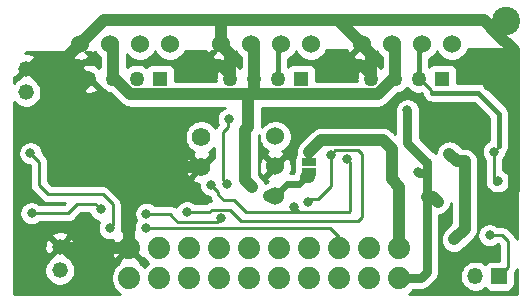
<source format=gbl>
%TF.GenerationSoftware,KiCad,Pcbnew,(5.1.9)-1*%
%TF.CreationDate,2021-02-11T09:32:33-08:00*%
%TF.ProjectId,KNH002rev4,4b4e4830-3032-4726-9576-342e6b696361,rev?*%
%TF.SameCoordinates,Original*%
%TF.FileFunction,Copper,L2,Bot*%
%TF.FilePolarity,Positive*%
%FSLAX46Y46*%
G04 Gerber Fmt 4.6, Leading zero omitted, Abs format (unit mm)*
G04 Created by KiCad (PCBNEW (5.1.9)-1) date 2021-02-11 09:32:33*
%MOMM*%
%LPD*%
G01*
G04 APERTURE LIST*
%TA.AperFunction,ComponentPad*%
%ADD10C,1.524000*%
%TD*%
%TA.AperFunction,ComponentPad*%
%ADD11C,1.270000*%
%TD*%
%TA.AperFunction,ComponentPad*%
%ADD12R,1.270000X1.270000*%
%TD*%
%TA.AperFunction,ComponentPad*%
%ADD13O,1.350000X1.350000*%
%TD*%
%TA.AperFunction,ComponentPad*%
%ADD14R,1.350000X1.350000*%
%TD*%
%TA.AperFunction,ComponentPad*%
%ADD15C,2.400000*%
%TD*%
%TA.AperFunction,ComponentPad*%
%ADD16C,1.320800*%
%TD*%
%TA.AperFunction,ComponentPad*%
%ADD17C,1.574800*%
%TD*%
%TA.AperFunction,ComponentPad*%
%ADD18C,1.879600*%
%TD*%
%TA.AperFunction,SMDPad,CuDef*%
%ADD19R,1.270000X0.635000*%
%TD*%
%TA.AperFunction,ViaPad*%
%ADD20C,0.800000*%
%TD*%
%TA.AperFunction,Conductor*%
%ADD21C,1.016000*%
%TD*%
%TA.AperFunction,Conductor*%
%ADD22C,1.000000*%
%TD*%
%TA.AperFunction,Conductor*%
%ADD23C,0.400000*%
%TD*%
%TA.AperFunction,Conductor*%
%ADD24C,0.500000*%
%TD*%
%TA.AperFunction,Conductor*%
%ADD25C,0.406400*%
%TD*%
%TA.AperFunction,Conductor*%
%ADD26C,0.250000*%
%TD*%
%TA.AperFunction,Conductor*%
%ADD27C,0.800000*%
%TD*%
%TA.AperFunction,Conductor*%
%ADD28C,0.609600*%
%TD*%
%TA.AperFunction,Conductor*%
%ADD29C,0.254000*%
%TD*%
%TA.AperFunction,Conductor*%
%ADD30C,0.100000*%
%TD*%
G04 APERTURE END LIST*
D10*
%TO.P,U2,VOUT*%
%TO.N,Net-(JP1-Pad1)*%
X149326500Y-108757800D03*
%TO.P,U2,GND*%
%TO.N,GND*%
X149326500Y-106217800D03*
%TO.P,U2,VIN*%
%TO.N,/Vbstin*%
X149326500Y-103677800D03*
%TD*%
D11*
%TO.P,J1,4*%
%TO.N,GND*%
X133601100Y-98775600D03*
%TO.P,J1,3*%
%TO.N,/12V*%
X135601100Y-98775600D03*
%TO.P,J1,2*%
%TO.N,/B-*%
X137601100Y-98775600D03*
D12*
%TO.P,J1,1*%
%TO.N,/A+*%
X139601100Y-98775600D03*
%TD*%
D13*
%TO.P,J10,2*%
%TO.N,Net-(J10-Pad2)*%
X166275000Y-115506500D03*
D14*
%TO.P,J10,1*%
%TO.N,/B-*%
X168275000Y-115506500D03*
%TD*%
D15*
%TO.P,J11,1*%
%TO.N,GND*%
X168833700Y-93924200D03*
%TD*%
D16*
%TO.P,J9,2*%
%TO.N,GND*%
X128244500Y-97937400D03*
%TO.P,J9,1*%
%TO.N,/Vbat*%
X128244500Y-99937402D03*
%TD*%
D17*
%TO.P,C1,+*%
%TO.N,/Vbstin*%
X143078100Y-103728600D03*
%TO.P,C1,-*%
%TO.N,GND*%
X143078100Y-106268600D03*
%TD*%
D16*
%TO.P,J8,2*%
%TO.N,GND*%
X131089300Y-113006199D03*
%TO.P,J8,1*%
%TO.N,/VbatIn*%
X131089300Y-115006201D03*
%TD*%
D11*
%TO.P,J2,4*%
%TO.N,GND*%
X145539100Y-98775600D03*
%TO.P,J2,3*%
%TO.N,/12V*%
X147539100Y-98775600D03*
%TO.P,J2,2*%
%TO.N,/B-*%
X149539100Y-98775600D03*
D12*
%TO.P,J2,1*%
%TO.N,/A+*%
X151539100Y-98775600D03*
%TD*%
D18*
%TO.P,J4,20*%
%TO.N,+3V0*%
X159842100Y-115666600D03*
%TO.P,J4,19*%
%TO.N,/5Vsw*%
X159842100Y-113126600D03*
%TO.P,J4,18*%
%TO.N,Net-(J4-Pad18)*%
X157302100Y-115666600D03*
%TO.P,J4,17*%
%TO.N,Net-(J4-Pad17)*%
X157302100Y-113126600D03*
%TO.P,J4,16*%
%TO.N,/SDA*%
X154762100Y-115666600D03*
%TO.P,J4,15*%
%TO.N,/SCL*%
X154762100Y-113126600D03*
%TO.P,J4,14*%
%TO.N,Net-(J4-Pad14)*%
X152222100Y-115666600D03*
%TO.P,J4,13*%
%TO.N,Net-(J4-Pad13)*%
X152222100Y-113126600D03*
%TO.P,J4,12*%
%TO.N,Net-(J4-Pad12)*%
X149682100Y-115666600D03*
%TO.P,J4,11*%
%TO.N,/LEDB*%
X149682100Y-113126600D03*
%TO.P,J4,10*%
%TO.N,Net-(J4-Pad10)*%
X147142100Y-115666600D03*
%TO.P,J4,9*%
%TO.N,Net-(J4-Pad9)*%
X147142100Y-113126600D03*
%TO.P,J4,8*%
%TO.N,Net-(J4-Pad8)*%
X144602100Y-115666600D03*
%TO.P,J4,7*%
%TO.N,Net-(J4-Pad7)*%
X144602100Y-113126600D03*
%TO.P,J4,6*%
%TO.N,/RXp*%
X142062100Y-115666600D03*
%TO.P,J4,5*%
%TO.N,Net-(J4-Pad5)*%
X142062100Y-113126600D03*
%TO.P,J4,4*%
%TO.N,/D4_AL*%
X139522100Y-115666600D03*
%TO.P,J4,3*%
%TO.N,/TXp*%
X139522100Y-113126600D03*
%TO.P,J4,2*%
%TO.N,/3Von*%
X136982100Y-115666600D03*
%TO.P,J4,1*%
%TO.N,GND*%
X136982100Y-113126600D03*
%TD*%
D11*
%TO.P,J3,4*%
%TO.N,GND*%
X157477100Y-98775600D03*
%TO.P,J3,3*%
%TO.N,/12V*%
X159477100Y-98775600D03*
%TO.P,J3,2*%
%TO.N,/B-*%
X161477100Y-98775600D03*
D12*
%TO.P,J3,1*%
%TO.N,/A+*%
X163477100Y-98775600D03*
%TD*%
D10*
%TO.P,J5,4*%
%TO.N,GND*%
X132791100Y-95854600D03*
%TO.P,J5,3*%
%TO.N,/12V*%
X135331100Y-95854600D03*
%TO.P,J5,2*%
%TO.N,/B-*%
X137871100Y-95854600D03*
%TO.P,J5,1*%
%TO.N,/A+*%
X140411100Y-95854600D03*
%TD*%
%TO.P,J6,4*%
%TO.N,GND*%
X144729100Y-95854600D03*
%TO.P,J6,3*%
%TO.N,/12V*%
X147269100Y-95854600D03*
%TO.P,J6,2*%
%TO.N,/B-*%
X149809100Y-95854600D03*
%TO.P,J6,1*%
%TO.N,/A+*%
X152349100Y-95854600D03*
%TD*%
%TO.P,J7,4*%
%TO.N,GND*%
X156667100Y-95854600D03*
%TO.P,J7,3*%
%TO.N,/12V*%
X159207100Y-95854600D03*
%TO.P,J7,2*%
%TO.N,/B-*%
X161747100Y-95854600D03*
%TO.P,J7,1*%
%TO.N,/A+*%
X164287100Y-95854600D03*
%TD*%
D19*
%TO.P,JP1,2*%
%TO.N,/5Vsw*%
X152222100Y-105862200D03*
%TO.P,JP1,1*%
%TO.N,Net-(JP1-Pad1)*%
X152222100Y-106675000D03*
%TD*%
D20*
%TO.N,GND*%
X167259000Y-109220000D03*
X135445500Y-104267000D03*
X167259000Y-109220000D03*
X167322500Y-99377500D03*
X128346100Y-102001400D03*
%TO.N,/12V*%
X147396100Y-107995800D03*
%TO.N,/B-*%
X167851600Y-104952800D03*
X168211500Y-107467400D03*
X167484690Y-112042310D03*
%TO.N,/SDA*%
X138430000Y-110236000D03*
X144780000Y-110553500D03*
X134556500Y-109855000D03*
X128701700Y-110180200D03*
%TO.N,/SCL*%
X138366500Y-111442500D03*
X128600100Y-105100200D03*
X135318500Y-111442500D03*
%TO.N,/5Vsw*%
X164084000Y-105156000D03*
X164465000Y-112395000D03*
X154686000Y-104013000D03*
%TO.N,+3V0*%
X161417000Y-106680000D03*
X160528000Y-101473000D03*
X145414900Y-102204600D03*
X145288000Y-107696000D03*
X163093300Y-109215000D03*
%TO.N,/TXb*%
X155422500Y-105557400D03*
X150952100Y-109672200D03*
X143891000Y-107759500D03*
%TO.N,/RXb*%
X141859000Y-110109000D03*
X154051000Y-105219500D03*
X152069700Y-109215000D03*
%TD*%
D21*
%TO.N,GND*%
X131902100Y-98648600D02*
X131902100Y-96743600D01*
X131902100Y-96743600D02*
X132791100Y-95854600D01*
X133601100Y-98775600D02*
X133474100Y-98648600D01*
X133474100Y-98648600D02*
X131902100Y-98648600D01*
X132791100Y-95854600D02*
X134813100Y-93832600D01*
X154645100Y-93832600D02*
X156667100Y-95854600D01*
X134813100Y-93832600D02*
X144729100Y-93832600D01*
X144729100Y-93832600D02*
X154645100Y-93832600D01*
X144729100Y-95854600D02*
X144729100Y-93832600D01*
X145539100Y-98775600D02*
X145539100Y-96664600D01*
X145539100Y-96664600D02*
X144729100Y-95854600D01*
X157477100Y-98775600D02*
X157477100Y-96664600D01*
X157477100Y-96664600D02*
X156667100Y-95854600D01*
X136982100Y-111729600D02*
X136982100Y-113126600D01*
X136982100Y-109423100D02*
X136982100Y-113126600D01*
D22*
X166984600Y-93832600D02*
X168148000Y-94996000D01*
X154645100Y-93832600D02*
X166984600Y-93832600D01*
X136982100Y-113126600D02*
X135793400Y-113126600D01*
X167259000Y-109220000D02*
X168529000Y-109220000D01*
X168529000Y-109220000D02*
X169545000Y-108204000D01*
X169545000Y-96393000D02*
X168148000Y-94996000D01*
D23*
X135731001Y-104552501D02*
X135731001Y-104870499D01*
X135445500Y-104267000D02*
X135731001Y-104552501D01*
D22*
X136982100Y-109423100D02*
X136982100Y-109016900D01*
X139730400Y-106268600D02*
X143078100Y-106268600D01*
X136982100Y-109016900D02*
X139730400Y-106268600D01*
X131902100Y-98648600D02*
X131902100Y-98793400D01*
X169545000Y-99250500D02*
X169545000Y-96393000D01*
X169545000Y-108204000D02*
X169545000Y-99250500D01*
D24*
X169418000Y-99377500D02*
X169545000Y-99250500D01*
X167322500Y-99377500D02*
X169418000Y-99377500D01*
D22*
X132842000Y-101727000D02*
X134429500Y-101727000D01*
X135445500Y-102743000D02*
X135445500Y-104267000D01*
X134429500Y-101727000D02*
X135445500Y-102743000D01*
X136982100Y-109016900D02*
X136982100Y-108534100D01*
X136982100Y-108534100D02*
X135953500Y-107505500D01*
X135953500Y-104775000D02*
X135445500Y-104267000D01*
X135953500Y-107505500D02*
X135953500Y-104775000D01*
X131209701Y-113126600D02*
X131089300Y-113006199D01*
X135793400Y-113126600D02*
X131209701Y-113126600D01*
X132842000Y-99534700D02*
X133601100Y-98775600D01*
X132842000Y-101727000D02*
X132842000Y-99534700D01*
X132842000Y-101727000D02*
X129484100Y-101727000D01*
X129209700Y-102001400D02*
X129484100Y-101727000D01*
X128346100Y-102001400D02*
X129209700Y-102001400D01*
X131902100Y-98648600D02*
X129971700Y-98648600D01*
X129260500Y-97937400D02*
X128244500Y-97937400D01*
X129971700Y-98648600D02*
X129260500Y-97937400D01*
X168148000Y-94609900D02*
X168833700Y-93924200D01*
X168148000Y-94996000D02*
X168148000Y-94609900D01*
D21*
%TO.N,/12V*%
X135601100Y-98775600D02*
X135742256Y-98775600D01*
X159335943Y-98775600D02*
X159477100Y-98775600D01*
X135742256Y-98775600D02*
X137056656Y-100090000D01*
X158021543Y-100090000D02*
X159335943Y-98775600D01*
X147523100Y-100090000D02*
X158021543Y-100090000D01*
X147539100Y-98775600D02*
X147539100Y-100074000D01*
X147539100Y-100074000D02*
X147523100Y-100090000D01*
X159477100Y-98775600D02*
X159477100Y-96124600D01*
X159477100Y-96124600D02*
X159207100Y-95854600D01*
X147539100Y-98775600D02*
X147539100Y-96124600D01*
X147539100Y-96124600D02*
X147269100Y-95854600D01*
X135601100Y-98775600D02*
X135601100Y-96124600D01*
X135601100Y-96124600D02*
X135331100Y-95854600D01*
D22*
X147396100Y-107995800D02*
X146786500Y-107386200D01*
X146786500Y-107386200D02*
X146786500Y-103119000D01*
X147038901Y-100377399D02*
X147326300Y-100090000D01*
X147038901Y-102866599D02*
X147038901Y-100377399D01*
X146786500Y-103119000D02*
X147038901Y-102866599D01*
D21*
X147326300Y-100090000D02*
X147523100Y-100090000D01*
X137056656Y-100090000D02*
X147326300Y-100090000D01*
D25*
%TO.N,/B-*%
X149539100Y-98775600D02*
X149539100Y-96124600D01*
X149539100Y-96124600D02*
X149809100Y-95854600D01*
X161477100Y-98775600D02*
X161477100Y-96124600D01*
X161477100Y-96124600D02*
X161747100Y-95854600D01*
D26*
X167851600Y-107586000D02*
X167995600Y-107730000D01*
X167851600Y-106180400D02*
X167851600Y-107107500D01*
X167851600Y-104952800D02*
X167851600Y-106180400D01*
X167851600Y-107107500D02*
X168211500Y-107467400D01*
X167851600Y-106180400D02*
X167851600Y-107586000D01*
X167851600Y-104952800D02*
X168287700Y-104516700D01*
X169037000Y-112522000D02*
X168529000Y-112014000D01*
X167513000Y-112014000D02*
X167484690Y-112042310D01*
X168529000Y-112014000D02*
X167513000Y-112014000D01*
X169037000Y-114744500D02*
X168275000Y-115506500D01*
X169037000Y-112522000D02*
X169037000Y-114744500D01*
X161477100Y-98775600D02*
X161696300Y-98775600D01*
X162534500Y-99715400D02*
X162534500Y-100020200D01*
X161594700Y-98826400D02*
X162483700Y-99715400D01*
D25*
X166522300Y-99969400D02*
X162585300Y-99969400D01*
X166522300Y-99969400D02*
X166522300Y-99994800D01*
X168287700Y-101760200D02*
X168287700Y-102268200D01*
X166522300Y-99994800D02*
X168287700Y-101760200D01*
X168287700Y-102268200D02*
X168287700Y-102019100D01*
X168287700Y-104516700D02*
X168287700Y-102268200D01*
D26*
%TO.N,/SDA*%
X138430000Y-110236000D02*
X140462000Y-110236000D01*
X144621250Y-110394750D02*
X144780000Y-110553500D01*
X140462000Y-110236000D02*
X140620750Y-110394750D01*
X140620750Y-110394750D02*
X140620750Y-110458250D01*
X140620750Y-110458250D02*
X141097000Y-110934500D01*
X144399000Y-110934500D02*
X144780000Y-110553500D01*
X141097000Y-110934500D02*
X144399000Y-110934500D01*
X134103100Y-109401600D02*
X132579100Y-109401600D01*
X134103100Y-109401600D02*
X134556500Y-109855000D01*
X131800500Y-110180200D02*
X128701700Y-110180200D01*
X132579100Y-109401600D02*
X131800500Y-110180200D01*
%TO.N,/SCL*%
X138366500Y-111442500D02*
X153987500Y-111442500D01*
X154762100Y-112217100D02*
X154762100Y-113126600D01*
X153987500Y-111442500D02*
X154762100Y-112217100D01*
X129311300Y-105811400D02*
X128600100Y-105100200D01*
X130095173Y-108576473D02*
X129311300Y-107792600D01*
X129311300Y-107792600D02*
X129311300Y-105811400D01*
X134725027Y-108576473D02*
X130095173Y-108576473D01*
X135559054Y-109410500D02*
X134725027Y-108576473D01*
X135559054Y-111201946D02*
X135559054Y-109410500D01*
X135318500Y-111442500D02*
X135559054Y-111201946D01*
D24*
%TO.N,/5Vsw*%
X152222100Y-105016400D02*
X152222100Y-105862200D01*
D22*
X153225500Y-104013000D02*
X152222100Y-105016400D01*
X154686000Y-104013000D02*
X153225500Y-104013000D01*
X164719100Y-105791100D02*
X164084000Y-105156000D01*
X165359000Y-105791100D02*
X164719100Y-105791100D01*
X165359000Y-111501000D02*
X164465000Y-112395000D01*
X165359000Y-105791100D02*
X165359000Y-111501000D01*
X156591000Y-104013000D02*
X154686000Y-104013000D01*
X158450100Y-104013000D02*
X156591000Y-104013000D01*
X159181700Y-104744600D02*
X158450100Y-104013000D01*
X159181700Y-107284600D02*
X159181700Y-104744600D01*
X159842100Y-107945000D02*
X159181700Y-107284600D01*
X159842100Y-113126600D02*
X159842100Y-107945000D01*
D26*
%TO.N,+3V0*%
X144907000Y-107315000D02*
X145288000Y-107696000D01*
X144907000Y-103314500D02*
X144907000Y-107315000D01*
D27*
X161637900Y-115666600D02*
X162179000Y-115125500D01*
X159842100Y-115666600D02*
X161637900Y-115666600D01*
X162179000Y-106743500D02*
X161480500Y-106743500D01*
X161480500Y-106743500D02*
X161417000Y-106680000D01*
X162179000Y-115125500D02*
X162179000Y-109918500D01*
D26*
X162369500Y-109029500D02*
X162179000Y-109220000D01*
D27*
X162179000Y-109918500D02*
X162179000Y-109220000D01*
D26*
X162052000Y-108966000D02*
X162179000Y-108839000D01*
D27*
X162179000Y-108839000D02*
X162179000Y-106743500D01*
X162179000Y-109220000D02*
X162179000Y-108839000D01*
D26*
X162184000Y-109215000D02*
X162179000Y-109220000D01*
X163093300Y-109215000D02*
X162184000Y-109215000D01*
D22*
X162717300Y-108839000D02*
X163093300Y-109215000D01*
X162179000Y-108839000D02*
X162717300Y-108839000D01*
D27*
X162179000Y-105811300D02*
X162128000Y-105811300D01*
X162179000Y-106743500D02*
X162179000Y-105811300D01*
X160528000Y-104211300D02*
X160528000Y-101473000D01*
X162128000Y-105811300D02*
X160528000Y-104211300D01*
D26*
X145360300Y-102259200D02*
X145414900Y-102204600D01*
X145360300Y-102861200D02*
X145360300Y-102259200D01*
X145360300Y-102861200D02*
X144907000Y-103314500D01*
%TO.N,/TXp*%
X139522100Y-113207900D02*
X139522100Y-113126600D01*
%TO.N,/TXb*%
X155544500Y-110109000D02*
X155676500Y-109977000D01*
X151388900Y-110109000D02*
X150952100Y-109672200D01*
X151683700Y-110109000D02*
X151388900Y-110109000D01*
X151683700Y-110109000D02*
X155544500Y-110109000D01*
X146816900Y-110109000D02*
X149753300Y-110109000D01*
X144526000Y-108648500D02*
X144970500Y-109093000D01*
X149753300Y-110109000D02*
X151683700Y-110109000D01*
X143891000Y-107759500D02*
X144526000Y-108394500D01*
X144970500Y-109093000D02*
X145800900Y-109093000D01*
X144526000Y-108394500D02*
X144526000Y-108648500D01*
X145800900Y-109093000D02*
X146816900Y-110109000D01*
X155676500Y-109977000D02*
X155676500Y-107132200D01*
X155676500Y-107132200D02*
X155676500Y-106776600D01*
X155676500Y-106370200D02*
X155676500Y-105811400D01*
X155676500Y-107132200D02*
X155676500Y-106370200D01*
X155676500Y-105811400D02*
X155422500Y-105557400D01*
X155676500Y-106370200D02*
X155676500Y-106167000D01*
%TO.N,/RXb*%
X151968100Y-108961000D02*
X152984100Y-108961000D01*
X154051000Y-107894100D02*
X154051000Y-105219500D01*
X152984100Y-108961000D02*
X154051000Y-107894100D01*
X154424300Y-104846200D02*
X154051000Y-105219500D01*
X156336900Y-104846200D02*
X154424300Y-104846200D01*
X156641700Y-110535800D02*
X156641700Y-105151000D01*
X156370000Y-110807500D02*
X156641700Y-110535800D01*
X156641700Y-105151000D02*
X156336900Y-104846200D01*
X146397800Y-110807500D02*
X156370000Y-110807500D01*
X145466399Y-109876099D02*
X146397800Y-110807500D01*
X143996901Y-109876099D02*
X145466399Y-109876099D01*
X143764000Y-110109000D02*
X143996901Y-109876099D01*
X141859000Y-110109000D02*
X143764000Y-110109000D01*
D22*
%TO.N,Net-(JP1-Pad1)*%
X148767700Y-108757800D02*
X149326500Y-108757800D01*
X152222100Y-107081400D02*
X151968100Y-107081400D01*
D28*
X152222100Y-107081400D02*
X152222100Y-106675000D01*
X151968100Y-107081400D02*
X151307700Y-107741800D01*
X150342500Y-107741800D02*
X149326500Y-108757800D01*
X151307700Y-107741800D02*
X150342500Y-107741800D01*
%TD*%
D29*
%TO.N,GND*%
X134093095Y-96516327D02*
X134245980Y-96745135D01*
X134440565Y-96939720D01*
X134458101Y-96951437D01*
X134458100Y-97828728D01*
X134413232Y-97783860D01*
X134296294Y-97900798D01*
X134244731Y-97673654D01*
X134017384Y-97569261D01*
X133774041Y-97511227D01*
X133524051Y-97501782D01*
X133277022Y-97541290D01*
X133042447Y-97628231D01*
X132957469Y-97673654D01*
X132905905Y-97900800D01*
X133601100Y-98595995D01*
X133615243Y-98581853D01*
X133794848Y-98761458D01*
X133780705Y-98775600D01*
X134475900Y-99470795D01*
X134529994Y-99458515D01*
X134614627Y-99585178D01*
X134791522Y-99762073D01*
X134999529Y-99901059D01*
X135230655Y-99996795D01*
X135375895Y-100025685D01*
X136208737Y-100858528D01*
X136244523Y-100902133D01*
X136288127Y-100937918D01*
X136288133Y-100937924D01*
X136398773Y-101028723D01*
X136418567Y-101044968D01*
X136617133Y-101151103D01*
X136755344Y-101193029D01*
X136832588Y-101216461D01*
X136855256Y-101218694D01*
X137000510Y-101233000D01*
X137000516Y-101233000D01*
X137056655Y-101238529D01*
X137112794Y-101233000D01*
X145055964Y-101233000D01*
X144924644Y-101287395D01*
X144755126Y-101400663D01*
X144610963Y-101544826D01*
X144497695Y-101714344D01*
X144419674Y-101902702D01*
X144379900Y-102102661D01*
X144379900Y-102306539D01*
X144419674Y-102506498D01*
X144484265Y-102662434D01*
X144396003Y-102750696D01*
X144366999Y-102774499D01*
X144311871Y-102841674D01*
X144272026Y-102890224D01*
X144252735Y-102926314D01*
X144182950Y-102821873D01*
X143984827Y-102623750D01*
X143751859Y-102468086D01*
X143492999Y-102360862D01*
X143218194Y-102306200D01*
X142938006Y-102306200D01*
X142663201Y-102360862D01*
X142404341Y-102468086D01*
X142171373Y-102623750D01*
X141973250Y-102821873D01*
X141817586Y-103054841D01*
X141710362Y-103313701D01*
X141655700Y-103588506D01*
X141655700Y-103868694D01*
X141710362Y-104143499D01*
X141817586Y-104402359D01*
X141973250Y-104635327D01*
X142171373Y-104833450D01*
X142404341Y-104989114D01*
X142426345Y-104998228D01*
X142344057Y-105042212D01*
X142274000Y-105284895D01*
X143078100Y-106088995D01*
X143882200Y-105284895D01*
X143812143Y-105042212D01*
X143724072Y-105000624D01*
X143751859Y-104989114D01*
X143984827Y-104833450D01*
X144147000Y-104671277D01*
X144147001Y-105489094D01*
X144061805Y-105464500D01*
X143257705Y-106268600D01*
X143271848Y-106282743D01*
X143092243Y-106462348D01*
X143078100Y-106448205D01*
X142274000Y-107252305D01*
X142344057Y-107494988D01*
X142597418Y-107614628D01*
X142856000Y-107679230D01*
X142856000Y-107861439D01*
X142895774Y-108061398D01*
X142973795Y-108249756D01*
X143087063Y-108419274D01*
X143231226Y-108563437D01*
X143400744Y-108676705D01*
X143589102Y-108754726D01*
X143776456Y-108791993D01*
X143776997Y-108797486D01*
X143820454Y-108940747D01*
X143891026Y-109072776D01*
X143929047Y-109119105D01*
X143847915Y-109127096D01*
X143704654Y-109170553D01*
X143572625Y-109241125D01*
X143456900Y-109336098D01*
X143446312Y-109349000D01*
X142562711Y-109349000D01*
X142518774Y-109305063D01*
X142349256Y-109191795D01*
X142160898Y-109113774D01*
X141960939Y-109074000D01*
X141757061Y-109074000D01*
X141557102Y-109113774D01*
X141368744Y-109191795D01*
X141199226Y-109305063D01*
X141055063Y-109449226D01*
X140941795Y-109618744D01*
X140933187Y-109639525D01*
X140886276Y-109601026D01*
X140754247Y-109530454D01*
X140610986Y-109486997D01*
X140499333Y-109476000D01*
X140499322Y-109476000D01*
X140462000Y-109472324D01*
X140424678Y-109476000D01*
X139133711Y-109476000D01*
X139089774Y-109432063D01*
X138920256Y-109318795D01*
X138731898Y-109240774D01*
X138531939Y-109201000D01*
X138328061Y-109201000D01*
X138128102Y-109240774D01*
X137939744Y-109318795D01*
X137770226Y-109432063D01*
X137626063Y-109576226D01*
X137512795Y-109745744D01*
X137434774Y-109934102D01*
X137395000Y-110134061D01*
X137395000Y-110337939D01*
X137434774Y-110537898D01*
X137512795Y-110726256D01*
X137556545Y-110791733D01*
X137449295Y-110952244D01*
X137371274Y-111140602D01*
X137331500Y-111340561D01*
X137331500Y-111544439D01*
X137341125Y-111592825D01*
X137226825Y-111563219D01*
X136917123Y-111545516D01*
X136609916Y-111588573D01*
X136324951Y-111687967D01*
X136353500Y-111544439D01*
X136353500Y-111340561D01*
X136319594Y-111170102D01*
X136319054Y-111164621D01*
X136319054Y-109447822D01*
X136322730Y-109410499D01*
X136319054Y-109373176D01*
X136319054Y-109373167D01*
X136308057Y-109261514D01*
X136264600Y-109118253D01*
X136194028Y-108986224D01*
X136099055Y-108870499D01*
X136070056Y-108846701D01*
X135288830Y-108065475D01*
X135265028Y-108036472D01*
X135149303Y-107941499D01*
X135017274Y-107870927D01*
X134874013Y-107827470D01*
X134762360Y-107816473D01*
X134762349Y-107816473D01*
X134725027Y-107812797D01*
X134687705Y-107816473D01*
X130409975Y-107816473D01*
X130071300Y-107477799D01*
X130071300Y-106339610D01*
X141650583Y-106339610D01*
X141691866Y-106616740D01*
X141786421Y-106880492D01*
X141851712Y-107002643D01*
X142094395Y-107072700D01*
X142898495Y-106268600D01*
X142094395Y-105464500D01*
X141851712Y-105534557D01*
X141732072Y-105787918D01*
X141664159Y-106059751D01*
X141650583Y-106339610D01*
X130071300Y-106339610D01*
X130071300Y-105848725D01*
X130074976Y-105811400D01*
X130071300Y-105774075D01*
X130071300Y-105774067D01*
X130060303Y-105662414D01*
X130016846Y-105519153D01*
X129946274Y-105387124D01*
X129851301Y-105271399D01*
X129822302Y-105247601D01*
X129635100Y-105060398D01*
X129635100Y-104998261D01*
X129595326Y-104798302D01*
X129517305Y-104609944D01*
X129404037Y-104440426D01*
X129259874Y-104296263D01*
X129090356Y-104182995D01*
X128901998Y-104104974D01*
X128702039Y-104065200D01*
X128498161Y-104065200D01*
X128298202Y-104104974D01*
X128109844Y-104182995D01*
X127940326Y-104296263D01*
X127796163Y-104440426D01*
X127682895Y-104609944D01*
X127604874Y-104798302D01*
X127565100Y-104998261D01*
X127565100Y-105202139D01*
X127604874Y-105402098D01*
X127682895Y-105590456D01*
X127796163Y-105759974D01*
X127940326Y-105904137D01*
X128109844Y-106017405D01*
X128298202Y-106095426D01*
X128498161Y-106135200D01*
X128551301Y-106135200D01*
X128551300Y-107755277D01*
X128547624Y-107792600D01*
X128551300Y-107829922D01*
X128551300Y-107829932D01*
X128562297Y-107941585D01*
X128602866Y-108075324D01*
X128605754Y-108084846D01*
X128676326Y-108216876D01*
X128692021Y-108236000D01*
X128771299Y-108332601D01*
X128800302Y-108356403D01*
X129531374Y-109087475D01*
X129555172Y-109116474D01*
X129670897Y-109211447D01*
X129802926Y-109282019D01*
X129946187Y-109325476D01*
X130057840Y-109336473D01*
X130057850Y-109336473D01*
X130095173Y-109340149D01*
X130132496Y-109336473D01*
X131569426Y-109336473D01*
X131485699Y-109420200D01*
X129405411Y-109420200D01*
X129361474Y-109376263D01*
X129191956Y-109262995D01*
X129003598Y-109184974D01*
X128803639Y-109145200D01*
X128599761Y-109145200D01*
X128399802Y-109184974D01*
X128211444Y-109262995D01*
X128041926Y-109376263D01*
X127897763Y-109520426D01*
X127784495Y-109689944D01*
X127706474Y-109878302D01*
X127666700Y-110078261D01*
X127666700Y-110282139D01*
X127706474Y-110482098D01*
X127784495Y-110670456D01*
X127897763Y-110839974D01*
X128041926Y-110984137D01*
X128211444Y-111097405D01*
X128399802Y-111175426D01*
X128599761Y-111215200D01*
X128803639Y-111215200D01*
X129003598Y-111175426D01*
X129191956Y-111097405D01*
X129361474Y-110984137D01*
X129405411Y-110940200D01*
X131763178Y-110940200D01*
X131800500Y-110943876D01*
X131837822Y-110940200D01*
X131837833Y-110940200D01*
X131949486Y-110929203D01*
X132092747Y-110885746D01*
X132224776Y-110815174D01*
X132340501Y-110720201D01*
X132364303Y-110691198D01*
X132893902Y-110161600D01*
X133563222Y-110161600D01*
X133639295Y-110345256D01*
X133752563Y-110514774D01*
X133896726Y-110658937D01*
X134066244Y-110772205D01*
X134254602Y-110850226D01*
X134444255Y-110887950D01*
X134401295Y-110952244D01*
X134323274Y-111140602D01*
X134283500Y-111340561D01*
X134283500Y-111544439D01*
X134323274Y-111744398D01*
X134401295Y-111932756D01*
X134514563Y-112102274D01*
X134658726Y-112246437D01*
X134828244Y-112359705D01*
X135016602Y-112437726D01*
X135216561Y-112477500D01*
X135420439Y-112477500D01*
X135560171Y-112449706D01*
X135496503Y-112581576D01*
X135418719Y-112881875D01*
X135401016Y-113191577D01*
X135444073Y-113498784D01*
X135546235Y-113791686D01*
X135631377Y-113950977D01*
X135889624Y-114039471D01*
X136802495Y-113126600D01*
X136788353Y-113112458D01*
X136967958Y-112932853D01*
X136982100Y-112946995D01*
X136996243Y-112932853D01*
X137175848Y-113112458D01*
X137161705Y-113126600D01*
X138074576Y-114039471D01*
X138207605Y-113993886D01*
X138298873Y-114130477D01*
X138518223Y-114349827D01*
X138588224Y-114396600D01*
X138518223Y-114443373D01*
X138298873Y-114662723D01*
X138252100Y-114732724D01*
X138205327Y-114662723D01*
X137985977Y-114443373D01*
X137849386Y-114352105D01*
X137894971Y-114219076D01*
X136982100Y-113306205D01*
X136069229Y-114219076D01*
X136114814Y-114352105D01*
X135978223Y-114443373D01*
X135758873Y-114662723D01*
X135586530Y-114920652D01*
X135467818Y-115207248D01*
X135407300Y-115511496D01*
X135407300Y-115821704D01*
X135467818Y-116125952D01*
X135586530Y-116412548D01*
X135758873Y-116670477D01*
X135978223Y-116889827D01*
X136200877Y-117038600D01*
X127228100Y-117038600D01*
X127228100Y-114878615D01*
X129793900Y-114878615D01*
X129793900Y-115133787D01*
X129843681Y-115384055D01*
X129941331Y-115619803D01*
X130083097Y-115831970D01*
X130263531Y-116012404D01*
X130475698Y-116154170D01*
X130711446Y-116251820D01*
X130961714Y-116301601D01*
X131216886Y-116301601D01*
X131467154Y-116251820D01*
X131702902Y-116154170D01*
X131915069Y-116012404D01*
X132095503Y-115831970D01*
X132237269Y-115619803D01*
X132334919Y-115384055D01*
X132384700Y-115133787D01*
X132384700Y-114878615D01*
X132334919Y-114628347D01*
X132237269Y-114392599D01*
X132095503Y-114180432D01*
X131915069Y-113999998D01*
X131797378Y-113921359D01*
X131802658Y-113899162D01*
X131089300Y-113185804D01*
X130375942Y-113899162D01*
X130381222Y-113921359D01*
X130263531Y-113999998D01*
X130083097Y-114180432D01*
X129941331Y-114392599D01*
X129843681Y-114628347D01*
X129793900Y-114878615D01*
X127228100Y-114878615D01*
X127228100Y-113082243D01*
X129789854Y-113082243D01*
X129829659Y-113334291D01*
X129917869Y-113573731D01*
X129966603Y-113664905D01*
X130196337Y-113719557D01*
X130909695Y-113006199D01*
X131268905Y-113006199D01*
X131982263Y-113719557D01*
X132211997Y-113664905D01*
X132318932Y-113433221D01*
X132378612Y-113185126D01*
X132388746Y-112930155D01*
X132348941Y-112678107D01*
X132260731Y-112438667D01*
X132211997Y-112347493D01*
X131982263Y-112292841D01*
X131268905Y-113006199D01*
X130909695Y-113006199D01*
X130196337Y-112292841D01*
X129966603Y-112347493D01*
X129859668Y-112579177D01*
X129799988Y-112827272D01*
X129789854Y-113082243D01*
X127228100Y-113082243D01*
X127228100Y-112113236D01*
X130375942Y-112113236D01*
X131089300Y-112826594D01*
X131802658Y-112113236D01*
X131748006Y-111883502D01*
X131516322Y-111776567D01*
X131268227Y-111716887D01*
X131013256Y-111706753D01*
X130761208Y-111746558D01*
X130521768Y-111834768D01*
X130430594Y-111883502D01*
X130375942Y-112113236D01*
X127228100Y-112113236D01*
X127228100Y-100747910D01*
X127238297Y-100763171D01*
X127418731Y-100943605D01*
X127630898Y-101085371D01*
X127866646Y-101183021D01*
X128116914Y-101232802D01*
X128372086Y-101232802D01*
X128622354Y-101183021D01*
X128858102Y-101085371D01*
X129070269Y-100943605D01*
X129250703Y-100763171D01*
X129392469Y-100551004D01*
X129490119Y-100315256D01*
X129539900Y-100064988D01*
X129539900Y-99809816D01*
X129508191Y-99650400D01*
X132905905Y-99650400D01*
X132957469Y-99877546D01*
X133184816Y-99981939D01*
X133428159Y-100039973D01*
X133678149Y-100049418D01*
X133925178Y-100009910D01*
X134159753Y-99922969D01*
X134244731Y-99877546D01*
X134296295Y-99650400D01*
X133601100Y-98955205D01*
X132905905Y-99650400D01*
X129508191Y-99650400D01*
X129490119Y-99559548D01*
X129392469Y-99323800D01*
X129250703Y-99111633D01*
X129070269Y-98931199D01*
X128952712Y-98852649D01*
X132327282Y-98852649D01*
X132366790Y-99099678D01*
X132453731Y-99334253D01*
X132499154Y-99419231D01*
X132726300Y-99470795D01*
X133421495Y-98775600D01*
X132726300Y-98080405D01*
X132499154Y-98131969D01*
X132394761Y-98359316D01*
X132336727Y-98602659D01*
X132327282Y-98852649D01*
X128952712Y-98852649D01*
X128952578Y-98852560D01*
X128957858Y-98830363D01*
X128244500Y-98117005D01*
X127531142Y-98830363D01*
X127536422Y-98852560D01*
X127418731Y-98931199D01*
X127238297Y-99111633D01*
X127228100Y-99126894D01*
X127228100Y-98621393D01*
X127351537Y-98650758D01*
X128064895Y-97937400D01*
X128424105Y-97937400D01*
X129137463Y-98650758D01*
X129367197Y-98596106D01*
X129474132Y-98364422D01*
X129533812Y-98116327D01*
X129543946Y-97861356D01*
X129504141Y-97609308D01*
X129415931Y-97369868D01*
X129367197Y-97278694D01*
X129137463Y-97224042D01*
X128424105Y-97937400D01*
X128064895Y-97937400D01*
X128050753Y-97923258D01*
X128230358Y-97743653D01*
X128244500Y-97757795D01*
X128957858Y-97044437D01*
X128903206Y-96814703D01*
X128671522Y-96707768D01*
X128423427Y-96648088D01*
X128171986Y-96638094D01*
X128272587Y-96537493D01*
X131555635Y-96517811D01*
X131585444Y-96573580D01*
X131825535Y-96640560D01*
X131950652Y-96515443D01*
X132312029Y-96513276D01*
X132005140Y-96820165D01*
X132072120Y-97060256D01*
X132321148Y-97177356D01*
X132588235Y-97243623D01*
X132863117Y-97256510D01*
X133135233Y-97215522D01*
X133394123Y-97122236D01*
X133510080Y-97060256D01*
X133577060Y-96820165D01*
X133264461Y-96507566D01*
X133621530Y-96505425D01*
X133756665Y-96640560D01*
X133996756Y-96573580D01*
X134029956Y-96502977D01*
X134087422Y-96502632D01*
X134093095Y-96516327D01*
%TA.AperFunction,Conductor*%
D30*
G36*
X134093095Y-96516327D02*
G01*
X134245980Y-96745135D01*
X134440565Y-96939720D01*
X134458101Y-96951437D01*
X134458100Y-97828728D01*
X134413232Y-97783860D01*
X134296294Y-97900798D01*
X134244731Y-97673654D01*
X134017384Y-97569261D01*
X133774041Y-97511227D01*
X133524051Y-97501782D01*
X133277022Y-97541290D01*
X133042447Y-97628231D01*
X132957469Y-97673654D01*
X132905905Y-97900800D01*
X133601100Y-98595995D01*
X133615243Y-98581853D01*
X133794848Y-98761458D01*
X133780705Y-98775600D01*
X134475900Y-99470795D01*
X134529994Y-99458515D01*
X134614627Y-99585178D01*
X134791522Y-99762073D01*
X134999529Y-99901059D01*
X135230655Y-99996795D01*
X135375895Y-100025685D01*
X136208737Y-100858528D01*
X136244523Y-100902133D01*
X136288127Y-100937918D01*
X136288133Y-100937924D01*
X136398773Y-101028723D01*
X136418567Y-101044968D01*
X136617133Y-101151103D01*
X136755344Y-101193029D01*
X136832588Y-101216461D01*
X136855256Y-101218694D01*
X137000510Y-101233000D01*
X137000516Y-101233000D01*
X137056655Y-101238529D01*
X137112794Y-101233000D01*
X145055964Y-101233000D01*
X144924644Y-101287395D01*
X144755126Y-101400663D01*
X144610963Y-101544826D01*
X144497695Y-101714344D01*
X144419674Y-101902702D01*
X144379900Y-102102661D01*
X144379900Y-102306539D01*
X144419674Y-102506498D01*
X144484265Y-102662434D01*
X144396003Y-102750696D01*
X144366999Y-102774499D01*
X144311871Y-102841674D01*
X144272026Y-102890224D01*
X144252735Y-102926314D01*
X144182950Y-102821873D01*
X143984827Y-102623750D01*
X143751859Y-102468086D01*
X143492999Y-102360862D01*
X143218194Y-102306200D01*
X142938006Y-102306200D01*
X142663201Y-102360862D01*
X142404341Y-102468086D01*
X142171373Y-102623750D01*
X141973250Y-102821873D01*
X141817586Y-103054841D01*
X141710362Y-103313701D01*
X141655700Y-103588506D01*
X141655700Y-103868694D01*
X141710362Y-104143499D01*
X141817586Y-104402359D01*
X141973250Y-104635327D01*
X142171373Y-104833450D01*
X142404341Y-104989114D01*
X142426345Y-104998228D01*
X142344057Y-105042212D01*
X142274000Y-105284895D01*
X143078100Y-106088995D01*
X143882200Y-105284895D01*
X143812143Y-105042212D01*
X143724072Y-105000624D01*
X143751859Y-104989114D01*
X143984827Y-104833450D01*
X144147000Y-104671277D01*
X144147001Y-105489094D01*
X144061805Y-105464500D01*
X143257705Y-106268600D01*
X143271848Y-106282743D01*
X143092243Y-106462348D01*
X143078100Y-106448205D01*
X142274000Y-107252305D01*
X142344057Y-107494988D01*
X142597418Y-107614628D01*
X142856000Y-107679230D01*
X142856000Y-107861439D01*
X142895774Y-108061398D01*
X142973795Y-108249756D01*
X143087063Y-108419274D01*
X143231226Y-108563437D01*
X143400744Y-108676705D01*
X143589102Y-108754726D01*
X143776456Y-108791993D01*
X143776997Y-108797486D01*
X143820454Y-108940747D01*
X143891026Y-109072776D01*
X143929047Y-109119105D01*
X143847915Y-109127096D01*
X143704654Y-109170553D01*
X143572625Y-109241125D01*
X143456900Y-109336098D01*
X143446312Y-109349000D01*
X142562711Y-109349000D01*
X142518774Y-109305063D01*
X142349256Y-109191795D01*
X142160898Y-109113774D01*
X141960939Y-109074000D01*
X141757061Y-109074000D01*
X141557102Y-109113774D01*
X141368744Y-109191795D01*
X141199226Y-109305063D01*
X141055063Y-109449226D01*
X140941795Y-109618744D01*
X140933187Y-109639525D01*
X140886276Y-109601026D01*
X140754247Y-109530454D01*
X140610986Y-109486997D01*
X140499333Y-109476000D01*
X140499322Y-109476000D01*
X140462000Y-109472324D01*
X140424678Y-109476000D01*
X139133711Y-109476000D01*
X139089774Y-109432063D01*
X138920256Y-109318795D01*
X138731898Y-109240774D01*
X138531939Y-109201000D01*
X138328061Y-109201000D01*
X138128102Y-109240774D01*
X137939744Y-109318795D01*
X137770226Y-109432063D01*
X137626063Y-109576226D01*
X137512795Y-109745744D01*
X137434774Y-109934102D01*
X137395000Y-110134061D01*
X137395000Y-110337939D01*
X137434774Y-110537898D01*
X137512795Y-110726256D01*
X137556545Y-110791733D01*
X137449295Y-110952244D01*
X137371274Y-111140602D01*
X137331500Y-111340561D01*
X137331500Y-111544439D01*
X137341125Y-111592825D01*
X137226825Y-111563219D01*
X136917123Y-111545516D01*
X136609916Y-111588573D01*
X136324951Y-111687967D01*
X136353500Y-111544439D01*
X136353500Y-111340561D01*
X136319594Y-111170102D01*
X136319054Y-111164621D01*
X136319054Y-109447822D01*
X136322730Y-109410499D01*
X136319054Y-109373176D01*
X136319054Y-109373167D01*
X136308057Y-109261514D01*
X136264600Y-109118253D01*
X136194028Y-108986224D01*
X136099055Y-108870499D01*
X136070056Y-108846701D01*
X135288830Y-108065475D01*
X135265028Y-108036472D01*
X135149303Y-107941499D01*
X135017274Y-107870927D01*
X134874013Y-107827470D01*
X134762360Y-107816473D01*
X134762349Y-107816473D01*
X134725027Y-107812797D01*
X134687705Y-107816473D01*
X130409975Y-107816473D01*
X130071300Y-107477799D01*
X130071300Y-106339610D01*
X141650583Y-106339610D01*
X141691866Y-106616740D01*
X141786421Y-106880492D01*
X141851712Y-107002643D01*
X142094395Y-107072700D01*
X142898495Y-106268600D01*
X142094395Y-105464500D01*
X141851712Y-105534557D01*
X141732072Y-105787918D01*
X141664159Y-106059751D01*
X141650583Y-106339610D01*
X130071300Y-106339610D01*
X130071300Y-105848725D01*
X130074976Y-105811400D01*
X130071300Y-105774075D01*
X130071300Y-105774067D01*
X130060303Y-105662414D01*
X130016846Y-105519153D01*
X129946274Y-105387124D01*
X129851301Y-105271399D01*
X129822302Y-105247601D01*
X129635100Y-105060398D01*
X129635100Y-104998261D01*
X129595326Y-104798302D01*
X129517305Y-104609944D01*
X129404037Y-104440426D01*
X129259874Y-104296263D01*
X129090356Y-104182995D01*
X128901998Y-104104974D01*
X128702039Y-104065200D01*
X128498161Y-104065200D01*
X128298202Y-104104974D01*
X128109844Y-104182995D01*
X127940326Y-104296263D01*
X127796163Y-104440426D01*
X127682895Y-104609944D01*
X127604874Y-104798302D01*
X127565100Y-104998261D01*
X127565100Y-105202139D01*
X127604874Y-105402098D01*
X127682895Y-105590456D01*
X127796163Y-105759974D01*
X127940326Y-105904137D01*
X128109844Y-106017405D01*
X128298202Y-106095426D01*
X128498161Y-106135200D01*
X128551301Y-106135200D01*
X128551300Y-107755277D01*
X128547624Y-107792600D01*
X128551300Y-107829922D01*
X128551300Y-107829932D01*
X128562297Y-107941585D01*
X128602866Y-108075324D01*
X128605754Y-108084846D01*
X128676326Y-108216876D01*
X128692021Y-108236000D01*
X128771299Y-108332601D01*
X128800302Y-108356403D01*
X129531374Y-109087475D01*
X129555172Y-109116474D01*
X129670897Y-109211447D01*
X129802926Y-109282019D01*
X129946187Y-109325476D01*
X130057840Y-109336473D01*
X130057850Y-109336473D01*
X130095173Y-109340149D01*
X130132496Y-109336473D01*
X131569426Y-109336473D01*
X131485699Y-109420200D01*
X129405411Y-109420200D01*
X129361474Y-109376263D01*
X129191956Y-109262995D01*
X129003598Y-109184974D01*
X128803639Y-109145200D01*
X128599761Y-109145200D01*
X128399802Y-109184974D01*
X128211444Y-109262995D01*
X128041926Y-109376263D01*
X127897763Y-109520426D01*
X127784495Y-109689944D01*
X127706474Y-109878302D01*
X127666700Y-110078261D01*
X127666700Y-110282139D01*
X127706474Y-110482098D01*
X127784495Y-110670456D01*
X127897763Y-110839974D01*
X128041926Y-110984137D01*
X128211444Y-111097405D01*
X128399802Y-111175426D01*
X128599761Y-111215200D01*
X128803639Y-111215200D01*
X129003598Y-111175426D01*
X129191956Y-111097405D01*
X129361474Y-110984137D01*
X129405411Y-110940200D01*
X131763178Y-110940200D01*
X131800500Y-110943876D01*
X131837822Y-110940200D01*
X131837833Y-110940200D01*
X131949486Y-110929203D01*
X132092747Y-110885746D01*
X132224776Y-110815174D01*
X132340501Y-110720201D01*
X132364303Y-110691198D01*
X132893902Y-110161600D01*
X133563222Y-110161600D01*
X133639295Y-110345256D01*
X133752563Y-110514774D01*
X133896726Y-110658937D01*
X134066244Y-110772205D01*
X134254602Y-110850226D01*
X134444255Y-110887950D01*
X134401295Y-110952244D01*
X134323274Y-111140602D01*
X134283500Y-111340561D01*
X134283500Y-111544439D01*
X134323274Y-111744398D01*
X134401295Y-111932756D01*
X134514563Y-112102274D01*
X134658726Y-112246437D01*
X134828244Y-112359705D01*
X135016602Y-112437726D01*
X135216561Y-112477500D01*
X135420439Y-112477500D01*
X135560171Y-112449706D01*
X135496503Y-112581576D01*
X135418719Y-112881875D01*
X135401016Y-113191577D01*
X135444073Y-113498784D01*
X135546235Y-113791686D01*
X135631377Y-113950977D01*
X135889624Y-114039471D01*
X136802495Y-113126600D01*
X136788353Y-113112458D01*
X136967958Y-112932853D01*
X136982100Y-112946995D01*
X136996243Y-112932853D01*
X137175848Y-113112458D01*
X137161705Y-113126600D01*
X138074576Y-114039471D01*
X138207605Y-113993886D01*
X138298873Y-114130477D01*
X138518223Y-114349827D01*
X138588224Y-114396600D01*
X138518223Y-114443373D01*
X138298873Y-114662723D01*
X138252100Y-114732724D01*
X138205327Y-114662723D01*
X137985977Y-114443373D01*
X137849386Y-114352105D01*
X137894971Y-114219076D01*
X136982100Y-113306205D01*
X136069229Y-114219076D01*
X136114814Y-114352105D01*
X135978223Y-114443373D01*
X135758873Y-114662723D01*
X135586530Y-114920652D01*
X135467818Y-115207248D01*
X135407300Y-115511496D01*
X135407300Y-115821704D01*
X135467818Y-116125952D01*
X135586530Y-116412548D01*
X135758873Y-116670477D01*
X135978223Y-116889827D01*
X136200877Y-117038600D01*
X127228100Y-117038600D01*
X127228100Y-114878615D01*
X129793900Y-114878615D01*
X129793900Y-115133787D01*
X129843681Y-115384055D01*
X129941331Y-115619803D01*
X130083097Y-115831970D01*
X130263531Y-116012404D01*
X130475698Y-116154170D01*
X130711446Y-116251820D01*
X130961714Y-116301601D01*
X131216886Y-116301601D01*
X131467154Y-116251820D01*
X131702902Y-116154170D01*
X131915069Y-116012404D01*
X132095503Y-115831970D01*
X132237269Y-115619803D01*
X132334919Y-115384055D01*
X132384700Y-115133787D01*
X132384700Y-114878615D01*
X132334919Y-114628347D01*
X132237269Y-114392599D01*
X132095503Y-114180432D01*
X131915069Y-113999998D01*
X131797378Y-113921359D01*
X131802658Y-113899162D01*
X131089300Y-113185804D01*
X130375942Y-113899162D01*
X130381222Y-113921359D01*
X130263531Y-113999998D01*
X130083097Y-114180432D01*
X129941331Y-114392599D01*
X129843681Y-114628347D01*
X129793900Y-114878615D01*
X127228100Y-114878615D01*
X127228100Y-113082243D01*
X129789854Y-113082243D01*
X129829659Y-113334291D01*
X129917869Y-113573731D01*
X129966603Y-113664905D01*
X130196337Y-113719557D01*
X130909695Y-113006199D01*
X131268905Y-113006199D01*
X131982263Y-113719557D01*
X132211997Y-113664905D01*
X132318932Y-113433221D01*
X132378612Y-113185126D01*
X132388746Y-112930155D01*
X132348941Y-112678107D01*
X132260731Y-112438667D01*
X132211997Y-112347493D01*
X131982263Y-112292841D01*
X131268905Y-113006199D01*
X130909695Y-113006199D01*
X130196337Y-112292841D01*
X129966603Y-112347493D01*
X129859668Y-112579177D01*
X129799988Y-112827272D01*
X129789854Y-113082243D01*
X127228100Y-113082243D01*
X127228100Y-112113236D01*
X130375942Y-112113236D01*
X131089300Y-112826594D01*
X131802658Y-112113236D01*
X131748006Y-111883502D01*
X131516322Y-111776567D01*
X131268227Y-111716887D01*
X131013256Y-111706753D01*
X130761208Y-111746558D01*
X130521768Y-111834768D01*
X130430594Y-111883502D01*
X130375942Y-112113236D01*
X127228100Y-112113236D01*
X127228100Y-100747910D01*
X127238297Y-100763171D01*
X127418731Y-100943605D01*
X127630898Y-101085371D01*
X127866646Y-101183021D01*
X128116914Y-101232802D01*
X128372086Y-101232802D01*
X128622354Y-101183021D01*
X128858102Y-101085371D01*
X129070269Y-100943605D01*
X129250703Y-100763171D01*
X129392469Y-100551004D01*
X129490119Y-100315256D01*
X129539900Y-100064988D01*
X129539900Y-99809816D01*
X129508191Y-99650400D01*
X132905905Y-99650400D01*
X132957469Y-99877546D01*
X133184816Y-99981939D01*
X133428159Y-100039973D01*
X133678149Y-100049418D01*
X133925178Y-100009910D01*
X134159753Y-99922969D01*
X134244731Y-99877546D01*
X134296295Y-99650400D01*
X133601100Y-98955205D01*
X132905905Y-99650400D01*
X129508191Y-99650400D01*
X129490119Y-99559548D01*
X129392469Y-99323800D01*
X129250703Y-99111633D01*
X129070269Y-98931199D01*
X128952712Y-98852649D01*
X132327282Y-98852649D01*
X132366790Y-99099678D01*
X132453731Y-99334253D01*
X132499154Y-99419231D01*
X132726300Y-99470795D01*
X133421495Y-98775600D01*
X132726300Y-98080405D01*
X132499154Y-98131969D01*
X132394761Y-98359316D01*
X132336727Y-98602659D01*
X132327282Y-98852649D01*
X128952712Y-98852649D01*
X128952578Y-98852560D01*
X128957858Y-98830363D01*
X128244500Y-98117005D01*
X127531142Y-98830363D01*
X127536422Y-98852560D01*
X127418731Y-98931199D01*
X127238297Y-99111633D01*
X127228100Y-99126894D01*
X127228100Y-98621393D01*
X127351537Y-98650758D01*
X128064895Y-97937400D01*
X128424105Y-97937400D01*
X129137463Y-98650758D01*
X129367197Y-98596106D01*
X129474132Y-98364422D01*
X129533812Y-98116327D01*
X129543946Y-97861356D01*
X129504141Y-97609308D01*
X129415931Y-97369868D01*
X129367197Y-97278694D01*
X129137463Y-97224042D01*
X128424105Y-97937400D01*
X128064895Y-97937400D01*
X128050753Y-97923258D01*
X128230358Y-97743653D01*
X128244500Y-97757795D01*
X128957858Y-97044437D01*
X128903206Y-96814703D01*
X128671522Y-96707768D01*
X128423427Y-96648088D01*
X128171986Y-96638094D01*
X128272587Y-96537493D01*
X131555635Y-96517811D01*
X131585444Y-96573580D01*
X131825535Y-96640560D01*
X131950652Y-96515443D01*
X132312029Y-96513276D01*
X132005140Y-96820165D01*
X132072120Y-97060256D01*
X132321148Y-97177356D01*
X132588235Y-97243623D01*
X132863117Y-97256510D01*
X133135233Y-97215522D01*
X133394123Y-97122236D01*
X133510080Y-97060256D01*
X133577060Y-96820165D01*
X133264461Y-96507566D01*
X133621530Y-96505425D01*
X133756665Y-96640560D01*
X133996756Y-96573580D01*
X134029956Y-96502977D01*
X134087422Y-96502632D01*
X134093095Y-96516327D01*
G37*
%TD.AperFunction*%
D29*
X169774080Y-112333707D02*
X169742546Y-112229753D01*
X169671974Y-112097724D01*
X169577001Y-111981999D01*
X169548003Y-111958202D01*
X169092803Y-111503002D01*
X169069001Y-111473999D01*
X168953276Y-111379026D01*
X168821247Y-111308454D01*
X168677986Y-111264997D01*
X168566333Y-111254000D01*
X168566322Y-111254000D01*
X168529000Y-111250324D01*
X168491678Y-111254000D01*
X168160091Y-111254000D01*
X168144464Y-111238373D01*
X167974946Y-111125105D01*
X167786588Y-111047084D01*
X167586629Y-111007310D01*
X167382751Y-111007310D01*
X167182792Y-111047084D01*
X166994434Y-111125105D01*
X166824916Y-111238373D01*
X166680753Y-111382536D01*
X166567485Y-111552054D01*
X166489464Y-111740412D01*
X166449690Y-111940371D01*
X166449690Y-112144249D01*
X166489464Y-112344208D01*
X166567485Y-112532566D01*
X166680753Y-112702084D01*
X166824916Y-112846247D01*
X166994434Y-112959515D01*
X167182792Y-113037536D01*
X167382751Y-113077310D01*
X167586629Y-113077310D01*
X167786588Y-113037536D01*
X167974946Y-112959515D01*
X168144464Y-112846247D01*
X168215455Y-112775256D01*
X168277000Y-112836802D01*
X168277001Y-114193428D01*
X167600000Y-114193428D01*
X167475518Y-114205688D01*
X167355820Y-114241998D01*
X167245506Y-114300963D01*
X167148815Y-114380315D01*
X167077513Y-114467197D01*
X166895518Y-114345593D01*
X166657113Y-114246842D01*
X166404024Y-114196500D01*
X166145976Y-114196500D01*
X165892887Y-114246842D01*
X165654482Y-114345593D01*
X165439923Y-114488956D01*
X165257456Y-114671423D01*
X165114093Y-114885982D01*
X165015342Y-115124387D01*
X164965000Y-115377476D01*
X164965000Y-115635524D01*
X165015342Y-115888613D01*
X165114093Y-116127018D01*
X165257456Y-116341577D01*
X165439923Y-116524044D01*
X165654482Y-116667407D01*
X165892887Y-116766158D01*
X166145976Y-116816500D01*
X166404024Y-116816500D01*
X166657113Y-116766158D01*
X166895518Y-116667407D01*
X167077513Y-116545803D01*
X167148815Y-116632685D01*
X167245506Y-116712037D01*
X167355820Y-116771002D01*
X167475518Y-116807312D01*
X167600000Y-116819572D01*
X168950000Y-116819572D01*
X169074482Y-116807312D01*
X169194180Y-116771002D01*
X169304494Y-116712037D01*
X169401185Y-116632685D01*
X169480537Y-116535994D01*
X169539502Y-116425680D01*
X169575812Y-116305982D01*
X169588072Y-116181500D01*
X169588072Y-115271011D01*
X169671974Y-115168776D01*
X169742546Y-115036747D01*
X169774090Y-114932759D01*
X169774098Y-117038600D01*
X160623323Y-117038600D01*
X160845977Y-116889827D01*
X161034204Y-116701600D01*
X161587072Y-116701600D01*
X161637900Y-116706606D01*
X161688728Y-116701600D01*
X161688738Y-116701600D01*
X161840795Y-116686624D01*
X162035893Y-116627441D01*
X162215697Y-116531334D01*
X162373296Y-116401996D01*
X162405707Y-116362503D01*
X162874903Y-115893307D01*
X162914396Y-115860896D01*
X163043734Y-115703297D01*
X163139841Y-115523493D01*
X163199024Y-115328395D01*
X163214000Y-115176338D01*
X163214000Y-115176336D01*
X163219007Y-115125500D01*
X163214000Y-115074665D01*
X163214000Y-110343602D01*
X163315798Y-110333576D01*
X163529746Y-110268675D01*
X163726922Y-110163283D01*
X163899748Y-110021448D01*
X164041583Y-109848622D01*
X164146975Y-109651446D01*
X164211876Y-109437498D01*
X164224001Y-109314393D01*
X164224001Y-111030867D01*
X163623012Y-111631857D01*
X163516717Y-111761378D01*
X163411324Y-111958554D01*
X163346423Y-112172502D01*
X163324509Y-112395000D01*
X163346423Y-112617498D01*
X163411324Y-112831446D01*
X163516717Y-113028622D01*
X163658552Y-113201448D01*
X163831378Y-113343283D01*
X164028554Y-113448676D01*
X164242502Y-113513577D01*
X164465000Y-113535491D01*
X164687498Y-113513577D01*
X164901446Y-113448676D01*
X165098622Y-113343283D01*
X165228143Y-113236988D01*
X166122140Y-112342992D01*
X166165449Y-112307449D01*
X166307284Y-112134623D01*
X166412676Y-111937447D01*
X166477577Y-111723499D01*
X166494000Y-111556752D01*
X166499491Y-111501000D01*
X166494000Y-111445249D01*
X166494000Y-105846852D01*
X166499491Y-105791100D01*
X166493640Y-105731688D01*
X166477577Y-105568601D01*
X166412676Y-105354653D01*
X166307284Y-105157477D01*
X166165449Y-104984651D01*
X165992623Y-104842816D01*
X165989381Y-104841083D01*
X165795447Y-104737424D01*
X165581499Y-104672523D01*
X165414752Y-104656100D01*
X165414751Y-104656100D01*
X165359000Y-104650609D01*
X165303248Y-104656100D01*
X165189231Y-104656100D01*
X164847143Y-104314012D01*
X164717622Y-104207717D01*
X164520446Y-104102324D01*
X164306498Y-104037423D01*
X164084000Y-104015509D01*
X163861502Y-104037423D01*
X163647554Y-104102324D01*
X163450378Y-104207717D01*
X163277552Y-104349552D01*
X163135717Y-104522378D01*
X163030324Y-104719554D01*
X162965423Y-104933502D01*
X162947433Y-105116160D01*
X162914396Y-105075904D01*
X162756797Y-104946566D01*
X162692735Y-104912324D01*
X161563000Y-103782590D01*
X161563000Y-101371061D01*
X161553031Y-101320943D01*
X161548024Y-101270105D01*
X161533196Y-101221223D01*
X161523226Y-101171102D01*
X161503669Y-101123887D01*
X161488841Y-101075007D01*
X161464762Y-101029958D01*
X161445205Y-100982744D01*
X161416814Y-100940254D01*
X161392734Y-100895203D01*
X161360328Y-100855716D01*
X161331937Y-100813226D01*
X161295803Y-100777092D01*
X161263396Y-100737604D01*
X161223908Y-100705197D01*
X161187774Y-100669063D01*
X161145284Y-100640672D01*
X161105797Y-100608266D01*
X161060746Y-100584186D01*
X161018256Y-100555795D01*
X160971042Y-100536238D01*
X160925993Y-100512159D01*
X160877113Y-100497331D01*
X160829898Y-100477774D01*
X160779777Y-100467804D01*
X160730895Y-100452976D01*
X160680057Y-100447969D01*
X160629939Y-100438000D01*
X160578838Y-100438000D01*
X160528000Y-100432993D01*
X160477162Y-100438000D01*
X160426061Y-100438000D01*
X160375942Y-100447969D01*
X160325106Y-100452976D01*
X160276226Y-100467804D01*
X160226102Y-100477774D01*
X160178884Y-100497332D01*
X160130008Y-100512159D01*
X160084962Y-100536237D01*
X160037744Y-100555795D01*
X159995250Y-100584188D01*
X159950204Y-100608266D01*
X159910721Y-100640669D01*
X159868226Y-100669063D01*
X159832087Y-100705202D01*
X159792605Y-100737604D01*
X159760203Y-100777086D01*
X159724063Y-100813226D01*
X159695668Y-100855722D01*
X159663267Y-100895203D01*
X159639191Y-100940247D01*
X159610795Y-100982744D01*
X159591235Y-101029966D01*
X159567160Y-101075007D01*
X159552335Y-101123878D01*
X159532774Y-101171102D01*
X159522803Y-101221232D01*
X159507977Y-101270105D01*
X159502971Y-101320933D01*
X159493000Y-101371061D01*
X159493000Y-101574939D01*
X159493001Y-101574944D01*
X159493000Y-103450769D01*
X159292095Y-103249864D01*
X159256549Y-103206551D01*
X159083723Y-103064716D01*
X158886547Y-102959324D01*
X158672599Y-102894423D01*
X158505852Y-102878000D01*
X158505851Y-102878000D01*
X158450100Y-102872509D01*
X158394349Y-102878000D01*
X153281252Y-102878000D01*
X153225500Y-102872509D01*
X153169748Y-102878000D01*
X153003001Y-102894423D01*
X152789053Y-102959324D01*
X152591877Y-103064716D01*
X152419051Y-103206551D01*
X152383508Y-103249860D01*
X151380112Y-104253257D01*
X151273817Y-104382778D01*
X151168424Y-104579954D01*
X151103523Y-104793902D01*
X151081609Y-105016400D01*
X151094209Y-105144334D01*
X151056563Y-105190206D01*
X150997598Y-105300520D01*
X150961288Y-105420218D01*
X150949028Y-105544700D01*
X150949028Y-106179700D01*
X150957784Y-106268600D01*
X150949028Y-106357500D01*
X150949028Y-106580213D01*
X150914424Y-106644953D01*
X150866784Y-106802000D01*
X150595533Y-106802000D01*
X150649256Y-106687752D01*
X150715523Y-106420665D01*
X150728410Y-106145783D01*
X150687422Y-105873667D01*
X150594136Y-105614777D01*
X150532156Y-105498820D01*
X150292065Y-105431840D01*
X149506105Y-106217800D01*
X149520248Y-106231943D01*
X149340643Y-106411548D01*
X149326500Y-106397405D01*
X148540540Y-107183365D01*
X148607520Y-107423456D01*
X148743260Y-107487285D01*
X148664773Y-107519795D01*
X148476032Y-107645908D01*
X148449776Y-107559353D01*
X148344384Y-107362178D01*
X148238089Y-107232657D01*
X147921500Y-106916068D01*
X147921500Y-106289817D01*
X147924590Y-106289817D01*
X147965578Y-106561933D01*
X148058864Y-106820823D01*
X148120844Y-106936780D01*
X148360935Y-107003760D01*
X149146895Y-106217800D01*
X148360935Y-105431840D01*
X148120844Y-105498820D01*
X148003744Y-105747848D01*
X147937477Y-106014935D01*
X147924590Y-106289817D01*
X147921500Y-106289817D01*
X147921500Y-103580259D01*
X147929500Y-103570511D01*
X147929500Y-103815392D01*
X147983186Y-104085290D01*
X148088495Y-104339527D01*
X148241380Y-104568335D01*
X148435965Y-104762920D01*
X148664773Y-104915805D01*
X148736443Y-104945492D01*
X148723477Y-104950164D01*
X148607520Y-105012144D01*
X148540540Y-105252235D01*
X149326500Y-106038195D01*
X150112460Y-105252235D01*
X150045480Y-105012144D01*
X149909740Y-104948315D01*
X149988227Y-104915805D01*
X150217035Y-104762920D01*
X150411620Y-104568335D01*
X150564505Y-104339527D01*
X150669814Y-104085290D01*
X150723500Y-103815392D01*
X150723500Y-103540208D01*
X150669814Y-103270310D01*
X150564505Y-103016073D01*
X150411620Y-102787265D01*
X150217035Y-102592680D01*
X149988227Y-102439795D01*
X149733990Y-102334486D01*
X149464092Y-102280800D01*
X149188908Y-102280800D01*
X148919010Y-102334486D01*
X148664773Y-102439795D01*
X148435965Y-102592680D01*
X148241380Y-102787265D01*
X148177840Y-102882359D01*
X148179392Y-102866599D01*
X148173901Y-102810848D01*
X148173901Y-101233000D01*
X157965404Y-101233000D01*
X158021543Y-101238529D01*
X158077682Y-101233000D01*
X158077689Y-101233000D01*
X158245610Y-101216461D01*
X158461066Y-101151103D01*
X158659632Y-101044968D01*
X158833676Y-100902133D01*
X158869470Y-100858518D01*
X159702304Y-100025685D01*
X159847545Y-99996795D01*
X160078671Y-99901059D01*
X160286678Y-99762073D01*
X160463573Y-99585178D01*
X160477100Y-99564933D01*
X160490627Y-99585178D01*
X160667522Y-99762073D01*
X160875529Y-99901059D01*
X161106655Y-99996795D01*
X161352016Y-100045600D01*
X161602184Y-100045600D01*
X161716383Y-100022885D01*
X161751801Y-100058303D01*
X161759229Y-100133716D01*
X161807158Y-100291717D01*
X161884991Y-100437332D01*
X161989736Y-100564964D01*
X162117368Y-100669709D01*
X162262983Y-100747542D01*
X162420984Y-100795471D01*
X162544130Y-100807600D01*
X166149707Y-100807600D01*
X167449500Y-102107394D01*
X167449500Y-102309370D01*
X167449501Y-102309380D01*
X167449500Y-103999079D01*
X167361344Y-104035595D01*
X167191826Y-104148863D01*
X167047663Y-104293026D01*
X166934395Y-104462544D01*
X166856374Y-104650902D01*
X166816600Y-104850861D01*
X166816600Y-105054739D01*
X166856374Y-105254698D01*
X166934395Y-105443056D01*
X167047663Y-105612574D01*
X167091601Y-105656512D01*
X167091601Y-106143058D01*
X167091600Y-106143068D01*
X167091601Y-107070171D01*
X167087924Y-107107500D01*
X167091601Y-107144829D01*
X167091601Y-107548668D01*
X167087924Y-107586000D01*
X167091601Y-107623333D01*
X167102598Y-107734986D01*
X167111255Y-107763524D01*
X167146054Y-107878246D01*
X167216626Y-108010276D01*
X167287039Y-108096073D01*
X167311600Y-108126001D01*
X167340598Y-108149799D01*
X167484598Y-108293799D01*
X167571325Y-108364974D01*
X167703354Y-108435546D01*
X167846615Y-108479003D01*
X167995600Y-108493676D01*
X168042487Y-108489058D01*
X168109561Y-108502400D01*
X168313439Y-108502400D01*
X168513398Y-108462626D01*
X168701756Y-108384605D01*
X168871274Y-108271337D01*
X169015437Y-108127174D01*
X169128705Y-107957656D01*
X169206726Y-107769298D01*
X169246500Y-107569339D01*
X169246500Y-107365461D01*
X169206726Y-107165502D01*
X169128705Y-106977144D01*
X169015437Y-106807626D01*
X168871274Y-106663463D01*
X168701756Y-106550195D01*
X168611600Y-106512851D01*
X168611600Y-105656511D01*
X168655537Y-105612574D01*
X168768805Y-105443056D01*
X168846826Y-105254698D01*
X168873576Y-105120215D01*
X168883264Y-105112264D01*
X168988009Y-104984632D01*
X169065842Y-104839017D01*
X169113771Y-104681016D01*
X169125900Y-104557870D01*
X169125900Y-101801363D01*
X169129954Y-101760200D01*
X169125900Y-101719037D01*
X169125900Y-101719030D01*
X169113771Y-101595884D01*
X169065842Y-101437883D01*
X168988009Y-101292268D01*
X168945900Y-101240958D01*
X168909508Y-101196614D01*
X168909506Y-101196612D01*
X168883264Y-101164636D01*
X168851289Y-101138395D01*
X167232080Y-99519187D01*
X167222609Y-99501468D01*
X167117864Y-99373836D01*
X166990232Y-99269091D01*
X166844617Y-99191258D01*
X166686616Y-99143329D01*
X166563470Y-99131200D01*
X166522300Y-99127145D01*
X166481130Y-99131200D01*
X164750172Y-99131200D01*
X164750172Y-98140600D01*
X164737912Y-98016118D01*
X164701602Y-97896420D01*
X164642637Y-97786106D01*
X164563285Y-97689415D01*
X164466594Y-97610063D01*
X164356280Y-97551098D01*
X164236582Y-97514788D01*
X164112100Y-97502528D01*
X162842100Y-97502528D01*
X162717618Y-97514788D01*
X162597920Y-97551098D01*
X162487606Y-97610063D01*
X162390915Y-97689415D01*
X162315300Y-97781552D01*
X162315300Y-97131345D01*
X162408827Y-97092605D01*
X162637635Y-96939720D01*
X162832220Y-96745135D01*
X162985105Y-96516327D01*
X163017100Y-96439085D01*
X163049095Y-96516327D01*
X163201980Y-96745135D01*
X163396565Y-96939720D01*
X163625373Y-97092605D01*
X163879610Y-97197914D01*
X164149508Y-97251600D01*
X164424692Y-97251600D01*
X164694590Y-97197914D01*
X164948827Y-97092605D01*
X165177635Y-96939720D01*
X165372220Y-96745135D01*
X165525105Y-96516327D01*
X165609055Y-96313654D01*
X169774016Y-96288684D01*
X169774080Y-112333707D01*
%TA.AperFunction,Conductor*%
D30*
G36*
X169774080Y-112333707D02*
G01*
X169742546Y-112229753D01*
X169671974Y-112097724D01*
X169577001Y-111981999D01*
X169548003Y-111958202D01*
X169092803Y-111503002D01*
X169069001Y-111473999D01*
X168953276Y-111379026D01*
X168821247Y-111308454D01*
X168677986Y-111264997D01*
X168566333Y-111254000D01*
X168566322Y-111254000D01*
X168529000Y-111250324D01*
X168491678Y-111254000D01*
X168160091Y-111254000D01*
X168144464Y-111238373D01*
X167974946Y-111125105D01*
X167786588Y-111047084D01*
X167586629Y-111007310D01*
X167382751Y-111007310D01*
X167182792Y-111047084D01*
X166994434Y-111125105D01*
X166824916Y-111238373D01*
X166680753Y-111382536D01*
X166567485Y-111552054D01*
X166489464Y-111740412D01*
X166449690Y-111940371D01*
X166449690Y-112144249D01*
X166489464Y-112344208D01*
X166567485Y-112532566D01*
X166680753Y-112702084D01*
X166824916Y-112846247D01*
X166994434Y-112959515D01*
X167182792Y-113037536D01*
X167382751Y-113077310D01*
X167586629Y-113077310D01*
X167786588Y-113037536D01*
X167974946Y-112959515D01*
X168144464Y-112846247D01*
X168215455Y-112775256D01*
X168277000Y-112836802D01*
X168277001Y-114193428D01*
X167600000Y-114193428D01*
X167475518Y-114205688D01*
X167355820Y-114241998D01*
X167245506Y-114300963D01*
X167148815Y-114380315D01*
X167077513Y-114467197D01*
X166895518Y-114345593D01*
X166657113Y-114246842D01*
X166404024Y-114196500D01*
X166145976Y-114196500D01*
X165892887Y-114246842D01*
X165654482Y-114345593D01*
X165439923Y-114488956D01*
X165257456Y-114671423D01*
X165114093Y-114885982D01*
X165015342Y-115124387D01*
X164965000Y-115377476D01*
X164965000Y-115635524D01*
X165015342Y-115888613D01*
X165114093Y-116127018D01*
X165257456Y-116341577D01*
X165439923Y-116524044D01*
X165654482Y-116667407D01*
X165892887Y-116766158D01*
X166145976Y-116816500D01*
X166404024Y-116816500D01*
X166657113Y-116766158D01*
X166895518Y-116667407D01*
X167077513Y-116545803D01*
X167148815Y-116632685D01*
X167245506Y-116712037D01*
X167355820Y-116771002D01*
X167475518Y-116807312D01*
X167600000Y-116819572D01*
X168950000Y-116819572D01*
X169074482Y-116807312D01*
X169194180Y-116771002D01*
X169304494Y-116712037D01*
X169401185Y-116632685D01*
X169480537Y-116535994D01*
X169539502Y-116425680D01*
X169575812Y-116305982D01*
X169588072Y-116181500D01*
X169588072Y-115271011D01*
X169671974Y-115168776D01*
X169742546Y-115036747D01*
X169774090Y-114932759D01*
X169774098Y-117038600D01*
X160623323Y-117038600D01*
X160845977Y-116889827D01*
X161034204Y-116701600D01*
X161587072Y-116701600D01*
X161637900Y-116706606D01*
X161688728Y-116701600D01*
X161688738Y-116701600D01*
X161840795Y-116686624D01*
X162035893Y-116627441D01*
X162215697Y-116531334D01*
X162373296Y-116401996D01*
X162405707Y-116362503D01*
X162874903Y-115893307D01*
X162914396Y-115860896D01*
X163043734Y-115703297D01*
X163139841Y-115523493D01*
X163199024Y-115328395D01*
X163214000Y-115176338D01*
X163214000Y-115176336D01*
X163219007Y-115125500D01*
X163214000Y-115074665D01*
X163214000Y-110343602D01*
X163315798Y-110333576D01*
X163529746Y-110268675D01*
X163726922Y-110163283D01*
X163899748Y-110021448D01*
X164041583Y-109848622D01*
X164146975Y-109651446D01*
X164211876Y-109437498D01*
X164224001Y-109314393D01*
X164224001Y-111030867D01*
X163623012Y-111631857D01*
X163516717Y-111761378D01*
X163411324Y-111958554D01*
X163346423Y-112172502D01*
X163324509Y-112395000D01*
X163346423Y-112617498D01*
X163411324Y-112831446D01*
X163516717Y-113028622D01*
X163658552Y-113201448D01*
X163831378Y-113343283D01*
X164028554Y-113448676D01*
X164242502Y-113513577D01*
X164465000Y-113535491D01*
X164687498Y-113513577D01*
X164901446Y-113448676D01*
X165098622Y-113343283D01*
X165228143Y-113236988D01*
X166122140Y-112342992D01*
X166165449Y-112307449D01*
X166307284Y-112134623D01*
X166412676Y-111937447D01*
X166477577Y-111723499D01*
X166494000Y-111556752D01*
X166499491Y-111501000D01*
X166494000Y-111445249D01*
X166494000Y-105846852D01*
X166499491Y-105791100D01*
X166493640Y-105731688D01*
X166477577Y-105568601D01*
X166412676Y-105354653D01*
X166307284Y-105157477D01*
X166165449Y-104984651D01*
X165992623Y-104842816D01*
X165989381Y-104841083D01*
X165795447Y-104737424D01*
X165581499Y-104672523D01*
X165414752Y-104656100D01*
X165414751Y-104656100D01*
X165359000Y-104650609D01*
X165303248Y-104656100D01*
X165189231Y-104656100D01*
X164847143Y-104314012D01*
X164717622Y-104207717D01*
X164520446Y-104102324D01*
X164306498Y-104037423D01*
X164084000Y-104015509D01*
X163861502Y-104037423D01*
X163647554Y-104102324D01*
X163450378Y-104207717D01*
X163277552Y-104349552D01*
X163135717Y-104522378D01*
X163030324Y-104719554D01*
X162965423Y-104933502D01*
X162947433Y-105116160D01*
X162914396Y-105075904D01*
X162756797Y-104946566D01*
X162692735Y-104912324D01*
X161563000Y-103782590D01*
X161563000Y-101371061D01*
X161553031Y-101320943D01*
X161548024Y-101270105D01*
X161533196Y-101221223D01*
X161523226Y-101171102D01*
X161503669Y-101123887D01*
X161488841Y-101075007D01*
X161464762Y-101029958D01*
X161445205Y-100982744D01*
X161416814Y-100940254D01*
X161392734Y-100895203D01*
X161360328Y-100855716D01*
X161331937Y-100813226D01*
X161295803Y-100777092D01*
X161263396Y-100737604D01*
X161223908Y-100705197D01*
X161187774Y-100669063D01*
X161145284Y-100640672D01*
X161105797Y-100608266D01*
X161060746Y-100584186D01*
X161018256Y-100555795D01*
X160971042Y-100536238D01*
X160925993Y-100512159D01*
X160877113Y-100497331D01*
X160829898Y-100477774D01*
X160779777Y-100467804D01*
X160730895Y-100452976D01*
X160680057Y-100447969D01*
X160629939Y-100438000D01*
X160578838Y-100438000D01*
X160528000Y-100432993D01*
X160477162Y-100438000D01*
X160426061Y-100438000D01*
X160375942Y-100447969D01*
X160325106Y-100452976D01*
X160276226Y-100467804D01*
X160226102Y-100477774D01*
X160178884Y-100497332D01*
X160130008Y-100512159D01*
X160084962Y-100536237D01*
X160037744Y-100555795D01*
X159995250Y-100584188D01*
X159950204Y-100608266D01*
X159910721Y-100640669D01*
X159868226Y-100669063D01*
X159832087Y-100705202D01*
X159792605Y-100737604D01*
X159760203Y-100777086D01*
X159724063Y-100813226D01*
X159695668Y-100855722D01*
X159663267Y-100895203D01*
X159639191Y-100940247D01*
X159610795Y-100982744D01*
X159591235Y-101029966D01*
X159567160Y-101075007D01*
X159552335Y-101123878D01*
X159532774Y-101171102D01*
X159522803Y-101221232D01*
X159507977Y-101270105D01*
X159502971Y-101320933D01*
X159493000Y-101371061D01*
X159493000Y-101574939D01*
X159493001Y-101574944D01*
X159493000Y-103450769D01*
X159292095Y-103249864D01*
X159256549Y-103206551D01*
X159083723Y-103064716D01*
X158886547Y-102959324D01*
X158672599Y-102894423D01*
X158505852Y-102878000D01*
X158505851Y-102878000D01*
X158450100Y-102872509D01*
X158394349Y-102878000D01*
X153281252Y-102878000D01*
X153225500Y-102872509D01*
X153169748Y-102878000D01*
X153003001Y-102894423D01*
X152789053Y-102959324D01*
X152591877Y-103064716D01*
X152419051Y-103206551D01*
X152383508Y-103249860D01*
X151380112Y-104253257D01*
X151273817Y-104382778D01*
X151168424Y-104579954D01*
X151103523Y-104793902D01*
X151081609Y-105016400D01*
X151094209Y-105144334D01*
X151056563Y-105190206D01*
X150997598Y-105300520D01*
X150961288Y-105420218D01*
X150949028Y-105544700D01*
X150949028Y-106179700D01*
X150957784Y-106268600D01*
X150949028Y-106357500D01*
X150949028Y-106580213D01*
X150914424Y-106644953D01*
X150866784Y-106802000D01*
X150595533Y-106802000D01*
X150649256Y-106687752D01*
X150715523Y-106420665D01*
X150728410Y-106145783D01*
X150687422Y-105873667D01*
X150594136Y-105614777D01*
X150532156Y-105498820D01*
X150292065Y-105431840D01*
X149506105Y-106217800D01*
X149520248Y-106231943D01*
X149340643Y-106411548D01*
X149326500Y-106397405D01*
X148540540Y-107183365D01*
X148607520Y-107423456D01*
X148743260Y-107487285D01*
X148664773Y-107519795D01*
X148476032Y-107645908D01*
X148449776Y-107559353D01*
X148344384Y-107362178D01*
X148238089Y-107232657D01*
X147921500Y-106916068D01*
X147921500Y-106289817D01*
X147924590Y-106289817D01*
X147965578Y-106561933D01*
X148058864Y-106820823D01*
X148120844Y-106936780D01*
X148360935Y-107003760D01*
X149146895Y-106217800D01*
X148360935Y-105431840D01*
X148120844Y-105498820D01*
X148003744Y-105747848D01*
X147937477Y-106014935D01*
X147924590Y-106289817D01*
X147921500Y-106289817D01*
X147921500Y-103580259D01*
X147929500Y-103570511D01*
X147929500Y-103815392D01*
X147983186Y-104085290D01*
X148088495Y-104339527D01*
X148241380Y-104568335D01*
X148435965Y-104762920D01*
X148664773Y-104915805D01*
X148736443Y-104945492D01*
X148723477Y-104950164D01*
X148607520Y-105012144D01*
X148540540Y-105252235D01*
X149326500Y-106038195D01*
X150112460Y-105252235D01*
X150045480Y-105012144D01*
X149909740Y-104948315D01*
X149988227Y-104915805D01*
X150217035Y-104762920D01*
X150411620Y-104568335D01*
X150564505Y-104339527D01*
X150669814Y-104085290D01*
X150723500Y-103815392D01*
X150723500Y-103540208D01*
X150669814Y-103270310D01*
X150564505Y-103016073D01*
X150411620Y-102787265D01*
X150217035Y-102592680D01*
X149988227Y-102439795D01*
X149733990Y-102334486D01*
X149464092Y-102280800D01*
X149188908Y-102280800D01*
X148919010Y-102334486D01*
X148664773Y-102439795D01*
X148435965Y-102592680D01*
X148241380Y-102787265D01*
X148177840Y-102882359D01*
X148179392Y-102866599D01*
X148173901Y-102810848D01*
X148173901Y-101233000D01*
X157965404Y-101233000D01*
X158021543Y-101238529D01*
X158077682Y-101233000D01*
X158077689Y-101233000D01*
X158245610Y-101216461D01*
X158461066Y-101151103D01*
X158659632Y-101044968D01*
X158833676Y-100902133D01*
X158869470Y-100858518D01*
X159702304Y-100025685D01*
X159847545Y-99996795D01*
X160078671Y-99901059D01*
X160286678Y-99762073D01*
X160463573Y-99585178D01*
X160477100Y-99564933D01*
X160490627Y-99585178D01*
X160667522Y-99762073D01*
X160875529Y-99901059D01*
X161106655Y-99996795D01*
X161352016Y-100045600D01*
X161602184Y-100045600D01*
X161716383Y-100022885D01*
X161751801Y-100058303D01*
X161759229Y-100133716D01*
X161807158Y-100291717D01*
X161884991Y-100437332D01*
X161989736Y-100564964D01*
X162117368Y-100669709D01*
X162262983Y-100747542D01*
X162420984Y-100795471D01*
X162544130Y-100807600D01*
X166149707Y-100807600D01*
X167449500Y-102107394D01*
X167449500Y-102309370D01*
X167449501Y-102309380D01*
X167449500Y-103999079D01*
X167361344Y-104035595D01*
X167191826Y-104148863D01*
X167047663Y-104293026D01*
X166934395Y-104462544D01*
X166856374Y-104650902D01*
X166816600Y-104850861D01*
X166816600Y-105054739D01*
X166856374Y-105254698D01*
X166934395Y-105443056D01*
X167047663Y-105612574D01*
X167091601Y-105656512D01*
X167091601Y-106143058D01*
X167091600Y-106143068D01*
X167091601Y-107070171D01*
X167087924Y-107107500D01*
X167091601Y-107144829D01*
X167091601Y-107548668D01*
X167087924Y-107586000D01*
X167091601Y-107623333D01*
X167102598Y-107734986D01*
X167111255Y-107763524D01*
X167146054Y-107878246D01*
X167216626Y-108010276D01*
X167287039Y-108096073D01*
X167311600Y-108126001D01*
X167340598Y-108149799D01*
X167484598Y-108293799D01*
X167571325Y-108364974D01*
X167703354Y-108435546D01*
X167846615Y-108479003D01*
X167995600Y-108493676D01*
X168042487Y-108489058D01*
X168109561Y-108502400D01*
X168313439Y-108502400D01*
X168513398Y-108462626D01*
X168701756Y-108384605D01*
X168871274Y-108271337D01*
X169015437Y-108127174D01*
X169128705Y-107957656D01*
X169206726Y-107769298D01*
X169246500Y-107569339D01*
X169246500Y-107365461D01*
X169206726Y-107165502D01*
X169128705Y-106977144D01*
X169015437Y-106807626D01*
X168871274Y-106663463D01*
X168701756Y-106550195D01*
X168611600Y-106512851D01*
X168611600Y-105656511D01*
X168655537Y-105612574D01*
X168768805Y-105443056D01*
X168846826Y-105254698D01*
X168873576Y-105120215D01*
X168883264Y-105112264D01*
X168988009Y-104984632D01*
X169065842Y-104839017D01*
X169113771Y-104681016D01*
X169125900Y-104557870D01*
X169125900Y-101801363D01*
X169129954Y-101760200D01*
X169125900Y-101719037D01*
X169125900Y-101719030D01*
X169113771Y-101595884D01*
X169065842Y-101437883D01*
X168988009Y-101292268D01*
X168945900Y-101240958D01*
X168909508Y-101196614D01*
X168909506Y-101196612D01*
X168883264Y-101164636D01*
X168851289Y-101138395D01*
X167232080Y-99519187D01*
X167222609Y-99501468D01*
X167117864Y-99373836D01*
X166990232Y-99269091D01*
X166844617Y-99191258D01*
X166686616Y-99143329D01*
X166563470Y-99131200D01*
X166522300Y-99127145D01*
X166481130Y-99131200D01*
X164750172Y-99131200D01*
X164750172Y-98140600D01*
X164737912Y-98016118D01*
X164701602Y-97896420D01*
X164642637Y-97786106D01*
X164563285Y-97689415D01*
X164466594Y-97610063D01*
X164356280Y-97551098D01*
X164236582Y-97514788D01*
X164112100Y-97502528D01*
X162842100Y-97502528D01*
X162717618Y-97514788D01*
X162597920Y-97551098D01*
X162487606Y-97610063D01*
X162390915Y-97689415D01*
X162315300Y-97781552D01*
X162315300Y-97131345D01*
X162408827Y-97092605D01*
X162637635Y-96939720D01*
X162832220Y-96745135D01*
X162985105Y-96516327D01*
X163017100Y-96439085D01*
X163049095Y-96516327D01*
X163201980Y-96745135D01*
X163396565Y-96939720D01*
X163625373Y-97092605D01*
X163879610Y-97197914D01*
X164149508Y-97251600D01*
X164424692Y-97251600D01*
X164694590Y-97197914D01*
X164948827Y-97092605D01*
X165177635Y-96939720D01*
X165372220Y-96745135D01*
X165525105Y-96516327D01*
X165609055Y-96313654D01*
X169774016Y-96288684D01*
X169774080Y-112333707D01*
G37*
%TD.AperFunction*%
D29*
X145694665Y-96640560D02*
X145934756Y-96573580D01*
X145998585Y-96437840D01*
X146031095Y-96516327D01*
X146183980Y-96745135D01*
X146378565Y-96939720D01*
X146396101Y-96951437D01*
X146396100Y-97828728D01*
X146351232Y-97783860D01*
X146234294Y-97900798D01*
X146182731Y-97673654D01*
X145955384Y-97569261D01*
X145712041Y-97511227D01*
X145462051Y-97501782D01*
X145215022Y-97541290D01*
X144980447Y-97628231D01*
X144895469Y-97673654D01*
X144843905Y-97900800D01*
X145539100Y-98595995D01*
X145553243Y-98581853D01*
X145732848Y-98761458D01*
X145718705Y-98775600D01*
X145732848Y-98789743D01*
X145575590Y-98947000D01*
X145502610Y-98947000D01*
X145345353Y-98789743D01*
X145359495Y-98775600D01*
X144664300Y-98080405D01*
X144437154Y-98131969D01*
X144332761Y-98359316D01*
X144274727Y-98602659D01*
X144265282Y-98852649D01*
X144280372Y-98947000D01*
X140874172Y-98947000D01*
X140874172Y-98140600D01*
X140861912Y-98016118D01*
X140825602Y-97896420D01*
X140766637Y-97786106D01*
X140687285Y-97689415D01*
X140590594Y-97610063D01*
X140480280Y-97551098D01*
X140360582Y-97514788D01*
X140236100Y-97502528D01*
X138966100Y-97502528D01*
X138841618Y-97514788D01*
X138721920Y-97551098D01*
X138611606Y-97610063D01*
X138514915Y-97689415D01*
X138435563Y-97786106D01*
X138425842Y-97804291D01*
X138410678Y-97789127D01*
X138202671Y-97650141D01*
X137971545Y-97554405D01*
X137726184Y-97505600D01*
X137476016Y-97505600D01*
X137230655Y-97554405D01*
X136999529Y-97650141D01*
X136791522Y-97789127D01*
X136744100Y-97836549D01*
X136744100Y-96682457D01*
X136785980Y-96745135D01*
X136980565Y-96939720D01*
X137209373Y-97092605D01*
X137463610Y-97197914D01*
X137733508Y-97251600D01*
X138008692Y-97251600D01*
X138278590Y-97197914D01*
X138532827Y-97092605D01*
X138761635Y-96939720D01*
X138956220Y-96745135D01*
X139109105Y-96516327D01*
X139127293Y-96472417D01*
X139154838Y-96472252D01*
X139173095Y-96516327D01*
X139325980Y-96745135D01*
X139520565Y-96939720D01*
X139749373Y-97092605D01*
X140003610Y-97197914D01*
X140273508Y-97251600D01*
X140548692Y-97251600D01*
X140818590Y-97197914D01*
X141072827Y-97092605D01*
X141301635Y-96939720D01*
X141496220Y-96745135D01*
X141649105Y-96516327D01*
X141673616Y-96457151D01*
X143457441Y-96446457D01*
X143461464Y-96457623D01*
X143523444Y-96573580D01*
X143763535Y-96640560D01*
X143960655Y-96443440D01*
X144322031Y-96441274D01*
X143943140Y-96820165D01*
X144010120Y-97060256D01*
X144259148Y-97177356D01*
X144526235Y-97243623D01*
X144801117Y-97256510D01*
X145073233Y-97215522D01*
X145332123Y-97122236D01*
X145448080Y-97060256D01*
X145515060Y-96820165D01*
X145131317Y-96436422D01*
X145488386Y-96434281D01*
X145694665Y-96640560D01*
%TA.AperFunction,Conductor*%
D30*
G36*
X145694665Y-96640560D02*
G01*
X145934756Y-96573580D01*
X145998585Y-96437840D01*
X146031095Y-96516327D01*
X146183980Y-96745135D01*
X146378565Y-96939720D01*
X146396101Y-96951437D01*
X146396100Y-97828728D01*
X146351232Y-97783860D01*
X146234294Y-97900798D01*
X146182731Y-97673654D01*
X145955384Y-97569261D01*
X145712041Y-97511227D01*
X145462051Y-97501782D01*
X145215022Y-97541290D01*
X144980447Y-97628231D01*
X144895469Y-97673654D01*
X144843905Y-97900800D01*
X145539100Y-98595995D01*
X145553243Y-98581853D01*
X145732848Y-98761458D01*
X145718705Y-98775600D01*
X145732848Y-98789743D01*
X145575590Y-98947000D01*
X145502610Y-98947000D01*
X145345353Y-98789743D01*
X145359495Y-98775600D01*
X144664300Y-98080405D01*
X144437154Y-98131969D01*
X144332761Y-98359316D01*
X144274727Y-98602659D01*
X144265282Y-98852649D01*
X144280372Y-98947000D01*
X140874172Y-98947000D01*
X140874172Y-98140600D01*
X140861912Y-98016118D01*
X140825602Y-97896420D01*
X140766637Y-97786106D01*
X140687285Y-97689415D01*
X140590594Y-97610063D01*
X140480280Y-97551098D01*
X140360582Y-97514788D01*
X140236100Y-97502528D01*
X138966100Y-97502528D01*
X138841618Y-97514788D01*
X138721920Y-97551098D01*
X138611606Y-97610063D01*
X138514915Y-97689415D01*
X138435563Y-97786106D01*
X138425842Y-97804291D01*
X138410678Y-97789127D01*
X138202671Y-97650141D01*
X137971545Y-97554405D01*
X137726184Y-97505600D01*
X137476016Y-97505600D01*
X137230655Y-97554405D01*
X136999529Y-97650141D01*
X136791522Y-97789127D01*
X136744100Y-97836549D01*
X136744100Y-96682457D01*
X136785980Y-96745135D01*
X136980565Y-96939720D01*
X137209373Y-97092605D01*
X137463610Y-97197914D01*
X137733508Y-97251600D01*
X138008692Y-97251600D01*
X138278590Y-97197914D01*
X138532827Y-97092605D01*
X138761635Y-96939720D01*
X138956220Y-96745135D01*
X139109105Y-96516327D01*
X139127293Y-96472417D01*
X139154838Y-96472252D01*
X139173095Y-96516327D01*
X139325980Y-96745135D01*
X139520565Y-96939720D01*
X139749373Y-97092605D01*
X140003610Y-97197914D01*
X140273508Y-97251600D01*
X140548692Y-97251600D01*
X140818590Y-97197914D01*
X141072827Y-97092605D01*
X141301635Y-96939720D01*
X141496220Y-96745135D01*
X141649105Y-96516327D01*
X141673616Y-96457151D01*
X143457441Y-96446457D01*
X143461464Y-96457623D01*
X143523444Y-96573580D01*
X143763535Y-96640560D01*
X143960655Y-96443440D01*
X144322031Y-96441274D01*
X143943140Y-96820165D01*
X144010120Y-97060256D01*
X144259148Y-97177356D01*
X144526235Y-97243623D01*
X144801117Y-97256510D01*
X145073233Y-97215522D01*
X145332123Y-97122236D01*
X145448080Y-97060256D01*
X145515060Y-96820165D01*
X145131317Y-96436422D01*
X145488386Y-96434281D01*
X145694665Y-96640560D01*
G37*
%TD.AperFunction*%
D29*
X157632665Y-96640560D02*
X157872756Y-96573580D01*
X157936585Y-96437840D01*
X157969095Y-96516327D01*
X158121980Y-96745135D01*
X158316565Y-96939720D01*
X158334101Y-96951437D01*
X158334100Y-97828728D01*
X158289232Y-97783860D01*
X158172294Y-97900798D01*
X158120731Y-97673654D01*
X157893384Y-97569261D01*
X157650041Y-97511227D01*
X157400051Y-97501782D01*
X157153022Y-97541290D01*
X156918447Y-97628231D01*
X156833469Y-97673654D01*
X156781905Y-97900800D01*
X157477100Y-98595995D01*
X157491243Y-98581853D01*
X157670848Y-98761458D01*
X157656705Y-98775600D01*
X157670848Y-98789743D01*
X157513590Y-98947000D01*
X157440610Y-98947000D01*
X157283353Y-98789743D01*
X157297495Y-98775600D01*
X156602300Y-98080405D01*
X156375154Y-98131969D01*
X156270761Y-98359316D01*
X156212727Y-98602659D01*
X156203282Y-98852649D01*
X156218372Y-98947000D01*
X152812172Y-98947000D01*
X152812172Y-98140600D01*
X152799912Y-98016118D01*
X152763602Y-97896420D01*
X152704637Y-97786106D01*
X152625285Y-97689415D01*
X152528594Y-97610063D01*
X152418280Y-97551098D01*
X152298582Y-97514788D01*
X152174100Y-97502528D01*
X150904100Y-97502528D01*
X150779618Y-97514788D01*
X150659920Y-97551098D01*
X150549606Y-97610063D01*
X150452915Y-97689415D01*
X150377300Y-97781552D01*
X150377300Y-97131345D01*
X150470827Y-97092605D01*
X150699635Y-96939720D01*
X150894220Y-96745135D01*
X151047105Y-96516327D01*
X151079100Y-96439085D01*
X151111095Y-96516327D01*
X151263980Y-96745135D01*
X151458565Y-96939720D01*
X151687373Y-97092605D01*
X151941610Y-97197914D01*
X152211508Y-97251600D01*
X152486692Y-97251600D01*
X152756590Y-97197914D01*
X153010827Y-97092605D01*
X153239635Y-96939720D01*
X153434220Y-96745135D01*
X153587105Y-96516327D01*
X153641336Y-96385403D01*
X155369707Y-96375041D01*
X155399464Y-96457623D01*
X155461444Y-96573580D01*
X155701535Y-96640560D01*
X155970657Y-96371438D01*
X156332034Y-96369271D01*
X155881140Y-96820165D01*
X155948120Y-97060256D01*
X156197148Y-97177356D01*
X156464235Y-97243623D01*
X156739117Y-97256510D01*
X157011233Y-97215522D01*
X157270123Y-97122236D01*
X157386080Y-97060256D01*
X157453060Y-96820165D01*
X156998173Y-96365278D01*
X157355242Y-96363137D01*
X157632665Y-96640560D01*
%TA.AperFunction,Conductor*%
D30*
G36*
X157632665Y-96640560D02*
G01*
X157872756Y-96573580D01*
X157936585Y-96437840D01*
X157969095Y-96516327D01*
X158121980Y-96745135D01*
X158316565Y-96939720D01*
X158334101Y-96951437D01*
X158334100Y-97828728D01*
X158289232Y-97783860D01*
X158172294Y-97900798D01*
X158120731Y-97673654D01*
X157893384Y-97569261D01*
X157650041Y-97511227D01*
X157400051Y-97501782D01*
X157153022Y-97541290D01*
X156918447Y-97628231D01*
X156833469Y-97673654D01*
X156781905Y-97900800D01*
X157477100Y-98595995D01*
X157491243Y-98581853D01*
X157670848Y-98761458D01*
X157656705Y-98775600D01*
X157670848Y-98789743D01*
X157513590Y-98947000D01*
X157440610Y-98947000D01*
X157283353Y-98789743D01*
X157297495Y-98775600D01*
X156602300Y-98080405D01*
X156375154Y-98131969D01*
X156270761Y-98359316D01*
X156212727Y-98602659D01*
X156203282Y-98852649D01*
X156218372Y-98947000D01*
X152812172Y-98947000D01*
X152812172Y-98140600D01*
X152799912Y-98016118D01*
X152763602Y-97896420D01*
X152704637Y-97786106D01*
X152625285Y-97689415D01*
X152528594Y-97610063D01*
X152418280Y-97551098D01*
X152298582Y-97514788D01*
X152174100Y-97502528D01*
X150904100Y-97502528D01*
X150779618Y-97514788D01*
X150659920Y-97551098D01*
X150549606Y-97610063D01*
X150452915Y-97689415D01*
X150377300Y-97781552D01*
X150377300Y-97131345D01*
X150470827Y-97092605D01*
X150699635Y-96939720D01*
X150894220Y-96745135D01*
X151047105Y-96516327D01*
X151079100Y-96439085D01*
X151111095Y-96516327D01*
X151263980Y-96745135D01*
X151458565Y-96939720D01*
X151687373Y-97092605D01*
X151941610Y-97197914D01*
X152211508Y-97251600D01*
X152486692Y-97251600D01*
X152756590Y-97197914D01*
X153010827Y-97092605D01*
X153239635Y-96939720D01*
X153434220Y-96745135D01*
X153587105Y-96516327D01*
X153641336Y-96385403D01*
X155369707Y-96375041D01*
X155399464Y-96457623D01*
X155461444Y-96573580D01*
X155701535Y-96640560D01*
X155970657Y-96371438D01*
X156332034Y-96369271D01*
X155881140Y-96820165D01*
X155948120Y-97060256D01*
X156197148Y-97177356D01*
X156464235Y-97243623D01*
X156739117Y-97256510D01*
X157011233Y-97215522D01*
X157270123Y-97122236D01*
X157386080Y-97060256D01*
X157453060Y-96820165D01*
X156998173Y-96365278D01*
X157355242Y-96363137D01*
X157632665Y-96640560D01*
G37*
%TD.AperFunction*%
%TD*%
M02*

</source>
